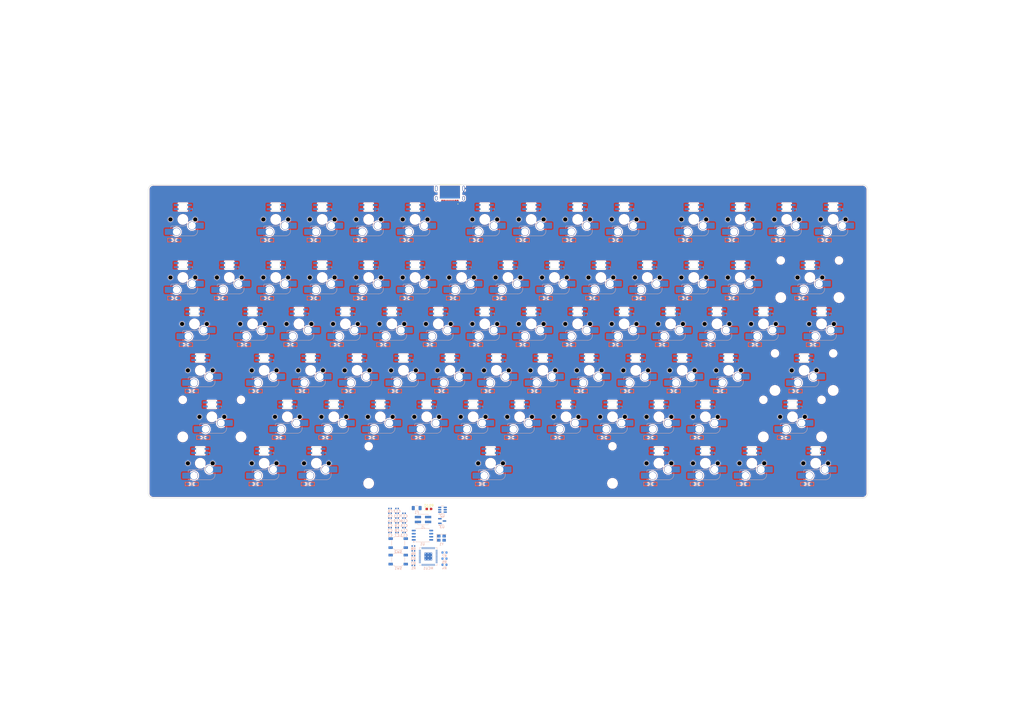
<source format=kicad_pcb>
(kicad_pcb (version 20241229) (generator "pcbnew") (generator_version "9.0")
  (title_block (title "GlyphMatrix") (date "2025-06-30") (rev "0.3.0") (company "Allen Choi"))
  (layers (0 "F.Cu" signal) (2 "B.Cu" signal) (13 "F.Paste" user) (15 "B.Paste" user) (5 "F.SilkS" user "F.Silkscreen") (7 "B.SilkS" user "B.Silkscreen") (1 "F.Mask" user) (3 "B.Mask" user) (25 "Edge.Cuts" user))
  (net 0 "")
  (net 1 "GND")
  (net 2 "col_0")
  (net 3 "+3V3")
  (net 4 "col_2")
  (net 5 "XTAL_IN")
  (net 6 "col_3")
  (net 7 "/XTAL_O")
  (net 8 "col_4")
  (net 9 "+1V1")
  (net 10 "col_5")
  (net 11 "+5V")
  (net 12 "col_6")
  (net 13 "row_0")
  (net 14 "Net-(D1-A)")
  (net 15 "Net-(D2-A)")
  (net 16 "Net-(D3-A)")
  (net 17 "Net-(D4-A)")
  (net 18 "Net-(D5-A)")
  (net 19 "col_1")
  (net 20 "Net-(D6-A)")
  (net 21 "Net-(D7-A)")
  (net 22 "row_6")
  (net 23 "VCC")
  (net 24 "Net-(D8-A)")
  (net 25 "Net-(D9-A)")
  (net 26 "Net-(D10-A)")
  (net 27 "Net-(D11-A)")
  (net 28 "Net-(D12-A)")
  (net 29 "Net-(D13-A)")
  (net 30 "row_1")
  (net 31 "Net-(D14-A)")
  (net 32 "Net-(D15-A)")
  (net 33 "Net-(D16-A)")
  (net 34 "Net-(D17-A)")
  (net 35 "Net-(D18-A)")
  (net 36 "Net-(D19-A)")
  (net 37 "Net-(D20-A)")
  (net 38 "Net-(D21-A)")
  (net 39 "row_7")
  (net 40 "Net-(D22-A)")
  (net 41 "Net-(D23-A)")
  (net 42 "Net-(D24-A)")
  (net 43 "Net-(D25-A)")
  (net 44 "Net-(D26-A)")
  (net 45 "Net-(D27-A)")
  (net 46 "row_2")
  (net 47 "Net-(D28-A)")
  (net 48 "Net-(D29-A)")
  (net 49 "Net-(D30-A)")
  (net 50 "Net-(D31-A)")
  (net 51 "Net-(D32-A)")
  (net 52 "row_8")
  (net 53 "Net-(D33-A)")
  (net 54 "Net-(D34-A)")
  (net 55 "Net-(D35-A)")
  (net 56 "Net-(D36-A)")
  (net 57 "Net-(D37-A)")
  (net 58 "Net-(D38-A)")
  (net 59 "row_3")
  (net 60 "Net-(D39-A)")
  (net 61 "Net-(D40-A)")
  (net 62 "Net-(D41-A)")
  (net 63 "Net-(D42-A)")
  (net 64 "Net-(D43-A)")
  (net 65 "Net-(D44-A)")
  (net 66 "row_9")
  (net 67 "Net-(D45-A)")
  (net 68 "Net-(D46-A)")
  (net 69 "Net-(D47-A)")
  (net 70 "Net-(D48-A)")
  (net 71 "Net-(D49-A)")
  (net 72 "row_4")
  (net 73 "Net-(D50-A)")
  (net 74 "Net-(D51-A)")
  (net 75 "Net-(D52-A)")
  (net 76 "Net-(D53-A)")
  (net 77 "Net-(D54-A)")
  (net 78 "Net-(D55-A)")
  (net 79 "row_10")
  (net 80 "Net-(D56-A)")
  (net 81 "Net-(D57-A)")
  (net 82 "Net-(D58-A)")
  (net 83 "Net-(D59-A)")
  (net 84 "row_5")
  (net 85 "Net-(D60-A)")
  (net 86 "row_11")
  (net 87 "Net-(D61-A)")
  (net 88 "Net-(D62-A)")
  (net 89 "Net-(D63-A)")
  (net 90 "Net-(D64-A)")
  (net 91 "Net-(D65-A)")
  (net 92 "Net-(D66-A)")
  (net 93 "Net-(D67-A)")
  (net 94 "Net-(D68-A)")
  (net 95 "Net-(D69-A)")
  (net 96 "Net-(D70-A)")
  (net 97 "Net-(D71-A)")
  (net 98 "Net-(D72-A)")
  (net 99 "Net-(D73-A)")
  (net 100 "Net-(D74-A)")
  (net 101 "Net-(D109-K)")
  (net 102 "+3.3V")
  (net 103 "VBUS")
  (net 104 "SWDIO")
  (net 105 "SWCLK")
  (net 106 "GP24")
  (net 107 "GP3")
  (net 108 "GP29")
  (net 109 "SD1")
  (net 110 "GP10")
  (net 111 "GP1")
  (net 112 "GP19")
  (net 113 "GP9")
  (net 114 "GP25")
  (net 115 "XTAL_OUT")
  (net 116 "~{RESET}")
  (net 117 "CS")
  (net 118 "SD2")
  (net 119 "GP28")
  (net 120 "GP15")
  (net 121 "/D_+")
  (net 122 "GP8")
  (net 123 "GP13")
  (net 124 "GP21")
  (net 125 "GP18")
  (net 126 "GP22")
  (net 127 "GP4")
  (net 128 "GP14")
  (net 129 "GP5")
  (net 130 "GP12")
  (net 131 "GP16")
  (net 132 "/D_-")
  (net 133 "SD3")
  (net 134 "GP17")
  (net 135 "GP7")
  (net 136 "SWD")
  (net 137 "SD0")
  (net 138 "GP6")
  (net 139 "GP2")
  (net 140 "QSPI_CLK")
  (net 141 "GP11")
  (net 142 "GP20")
  (net 143 "GP27")
  (net 144 "GP26")
  (net 145 "GP0")
  (net 146 "GP23")
  (net 147 "/CC1")
  (net 148 "/CC2")
  (net 149 "D_P")
  (net 150 "D_N")
  (net 151 "/~{USB_BOOT}")
  (net 152 "D_USB_N")
  (net 153 "D_USB_P")
  (footprint "TB2086_KEYSWITCH:SW_MX_HS_1.75u" (layer "F.Cu") (at 82.14375 190.0125 180)
    (property "Reference" "S68" (hide yes))
    (property "Value" "SW_MX_HS" (hide yes))
  )
  (footprint "TB2086_KEYSWITCH:SW_MX_HS_1u" (layer "F.Cu") (at 255.975 90 180)
    (property "Reference" "S9" (hide yes))
    (property "Value" "SW_MX_HS")
  )
  (footprint "TB2086_KEYSWITCH:SW_MX_HS_1u" (layer "F.Cu") (at 108.3375 190.0125 180)
    (property "Reference" "S60" (hide yes))
    (property "Value" "SW_MX_HS")
  )
  (footprint "TB2086_KEYSWITCH:SW_MX_HS_1u" (layer "F.Cu") (at 313.125 132.8625 180)
    (property "Reference" "S38" (hide yes))
    (property "Value" "SW_MX_HS")
  )
  (footprint "TB2086_KEYSWITCH:SW_MX_HS_2u" (layer "F.Cu") (at 332.175 113.8125 180)
    (property "Reference" "S70" (hide yes))
    (property "Value" "SW_MX_HS" (hide yes))
  )
  (footprint "TB2086_KEYSWITCH:SW_MX_HS_1u" (layer "F.Cu") (at 141.675 132.8625 180)
    (property "Reference" "S29" (hide yes))
    (property "Value" "SW_MX_HS")
  )
  (footprint "TB2086_KEYSWITCH:SW_MX_HS_1u" (layer "F.Cu") (at 251.2125 170.9625 180)
    (property "Reference" "S57" (hide yes))
    (property "Value" "SW_MX_HS")
  )
  (footprint "TB2086_KEYSWITCH:SW_MX_HS_1.75u" (layer "F.Cu") (at 82.14375 151.9125 180)
    (property "Reference" "S67" (hide yes))
    (property "Value" "SW_MX_HS" (hide yes))
  )
  (footprint "TB2086_KEYSWITCH:SW_MX_HS_1u" (layer "F.Cu") (at 260.7375 151.9125 180)
    (property "Reference" "S47" (hide yes))
    (property "Value" "SW_MX_HS")
  )
  (footprint "TB2086_KEYSWITCH:SW_MX_HS_2.75u" (layer "F.Cu") (at 325.03125 170.9625 180)
    (property "Reference" "S73" (hide yes))
    (property "Value" "SW_MX_HS" (hide yes))
  )
  (footprint "TB2086_KEYSWITCH:SW_MX_HS_1u" (layer "F.Cu") (at 236.925 90 180)
    (property "Reference" "S8" (hide yes))
    (property "Value" "SW_MX_HS")
  )
  (footprint "TB2086_KEYSWITCH:SW_MX_HS_1u" (layer "F.Cu") (at 236.925 132.8625 180)
    (property "Reference" "S34" (hide yes))
    (property "Value" "SW_MX_HS")
  )
  (footprint "TB2086_KEYSWITCH:SW_MX_HS_1u" (layer "F.Cu") (at 170.25 113.8125 180)
    (property "Reference" "S19" (hide yes))
    (property "Value" "SW_MX_HS")
  )
  (footprint "TB2086_KEYSWITCH:SW_MX_HS_1u" (layer "F.Cu") (at 151.2 90 180)
    (property "Reference" "S4" (hide yes))
    (property "Value" "SW_MX_HS")
  )
  (footprint "TB2086_KEYSWITCH:SW_MX_HS_1u" (layer "F.Cu") (at 132.15 113.8125 180)
    (property "Reference" "S17" (hide yes))
    (property "Value" "SW_MX_HS")
  )
  (footprint "TB2086_KEYSWITCH:SW_MX_HS_1u" (layer "F.Cu") (at 113.1 113.8125 180)
    (property "Reference" "S16" (hide yes))
    (property "Value" "SW_MX_HS")
  )
  (footprint "TB2086_KEYSWITCH:SW_MX_HS_1u" (layer "F.Cu") (at 175.0125 170.9625 180)
    (property "Reference" "S53" (hide yes))
    (property "Value" "SW_MX_HS")
  )
  (footprint "TB2086_KEYSWITCH:SW_MX_HS_1u" (layer "F.Cu") (at 255.975 132.8625 180)
    (property "Reference" "S35" (hide yes))
    (property "Value" "SW_MX_HS")
  )
  (footprint "TB2086_KEYSWITCH:SW_MX_HS_1.75u" (layer "F.Cu") (at 334.55625 190.0125 180)
    (property "Reference" "S69" (hide yes))
    (property "Value" "SW_MX_HS" (hide yes))
  )
  (footprint "TB2086_KEYSWITCH:SW_MX_HS_1u" (layer "F.Cu") (at 208.35 113.8125 180)
    (property "Reference" "S21" (hide yes))
    (property "Value" "SW_MX_HS")
  )
  (footprint "TB2086_KEYSWITCH:SW_MX_HS_1u" (layer "F.Cu") (at 151.2 113.8125 180)
    (property "Reference" "S18" (hide yes))
    (property "Value" "SW_MX_HS")
  )
  (footprint "TB2086_KEYSWITCH:SW_MX_HS_1u" (layer "F.Cu") (at 103.575 132.8625 180)
    (property "Reference" "S27" (hide yes))
    (property "Value" "SW_MX_HS")
  )
  (footprint "TB2086_KEYSWITCH:SW_MX_HS_1u" (layer "F.Cu") (at 222.6375 151.9125 180)
    (property "Reference" "S45" (hide yes))
    (property "Value" "SW_MX_HS")
  )
  (footprint "TB2086_KEYSWITCH:SW_MX_HS_1u" (layer "F.Cu") (at 127.3875 151.9125 180)
    (property "Reference" "S40" (hide yes))
    (property "Value" "SW_MX_HS")
  )
  (footprint "TB2086_KEYSWITCH:SW_MX_HS_1u" (layer "F.Cu") (at 122.625 132.8625 180)
    (property "Reference" "S28" (hide yes))
    (property "Value" "SW_MX_HS")
  )
  (footprint "TB2086_KEYSWITCH:SW_MX_HS_1u" (layer "F.Cu") (at 227.4 113.8125 180)
    (property "Reference" "S22" (hide yes))
    (property "Value" "SW_MX_HS")
  )
  (footprint "TB2086_KEYSWITCH:SW_MX_HS_1u" (layer "F.Cu") (at 232.1625 170.9625 180)
    (property "Reference" "S56" (hide yes))
    (property "Value" "SW_MX_HS")
  )
  (footprint "TB2086_KEYSWITCH:SW_MX_HS_1u" (layer "F.Cu") (at 160.725 132.8625 180)
    (property "Reference" "S30" (hide yes))
    (property "Value" "SW_MX_HS")
  )
  (footprint "TB2086_KEYSWITCH:SW_MX_HS_1u" (layer "F.Cu") (at 284.55 113.8125 180)
    (property "Reference" "S25" (hide yes))
    (property "Value" "SW_MX_HS")
  )
  (footprint "TB2086_SMD:GCT_USB4520-03-0-A_REVA" (layer "F.Cu") (at 184.5375 77.3125 180)
    (property "Reference" "USB1" (hide yes))
    (property "Value" "USB_C_Receptacle_USB2.0")
    (fp_line (start 4.62 1.6) (end 6.36 1.6) (stroke (width 0.01)) (layer "Edge.Cuts"))
    (fp_line (start 4.62 -4.6) (end 4.62 1.6) (stroke (width 0.01)) (layer "Edge.Cuts"))
    (fp_line (start -3.82 -4.6) (end 3.82 -4.6) (stroke (width 0.01)) (layer "Edge.Cuts"))
    (fp_line (start -4.62 1.6) (end -4.62 -4.6) (stroke (width 0.01)) (layer "Edge.Cuts"))
    (fp_line (start -6.52 1.6) (end -4.62 1.6) (stroke (width 0.01)) (layer "Edge.Cuts"))
    (fp_arc (start 4.295 -5) (mid 4.540343 -4.86731) (end 4.62 -4.6) (stroke (width 0.01)) (layer "Edge.Cuts"))
    (fp_arc (start 3.97 -4.72) (mid 4.07451 -4.92731) (end 4.295 -5) (stroke (width 0.01)) (layer "Edge.Cuts"))
    (fp_arc (start 3.97 -4.72) (mid 3.919853 -4.628934) (end 3.82 -4.6) (stroke (width 0.01)) (layer "Edge.Cuts"))
    (fp_arc (start -3.82 -4.6) (mid -3.919853 -4.628934) (end -3.97 -4.72) (stroke (width 0.01)) (layer "Edge.Cuts"))
    (fp_arc (start -4.295 -5) (mid -4.07451 -4.92731) (end -3.97 -4.72) (stroke (width 0.01)) (layer "Edge.Cuts"))
    (fp_arc (start -4.62 -4.6) (mid -4.540343 -4.86731) (end -4.295 -5) (stroke (width 0.01)) (layer "Edge.Cuts"))
  )
  (footprint "TB2086_KEYSWITCH:SW_MX_HS_1u" (layer "F.Cu") (at 298.8375 151.9125 180)
    (property "Reference" "S49" (hide yes))
    (property "Value" "SW_MX_HS")
  )
  (footprint "TB2086_KEYSWITCH:SW_MX_HS_1u" (layer "F.Cu") (at 246.45 113.8125 180)
    (property "Reference" "S23" (hide yes))
    (property "Value" "SW_MX_HS")
  )
  (footprint "TB2086_KEYSWITCH:SW_MX_HS_1u" (layer "F.Cu") (at 284.55 90 180)
    (property "Reference" "S10" (hide yes))
    (property "Value" "SW_MX_HS")
  )
  (footprint "Stabilizer_Cherry_MX_6.25u" (layer "F.Cu") (at 201.20625 190.0125)
    (property "Reference" "STB5" (hide yes))
    (property "Value" "Stabilizer_Cherry_MX_6.25u")
  )
  (footprint "TB2086_KEYSWITCH:SW_MX_HS_1u" (layer "F.Cu") (at 194.0625 170.9625 180)
    (property "Reference" "S54" (hide yes))
    (property "Value" "SW_MX_HS")
  )
  (footprint "TB2086_KEYSWITCH:SW_MX_HS_1u" (layer "F.Cu") (at 184.5375 151.9125 180)
    (property "Reference" "S43" (hide yes))
    (property "Value" "SW_MX_HS")
  )
  (footprint "TB2086_KEYSWITCH:SW_MX_HS_1u" (layer "F.Cu") (at 203.5875 151.9125 180)
    (property "Reference" "S44" (hide yes))
    (property "Value" "SW_MX_HS")
  )
  (footprint "TB2086_KEYSWITCH:SW_MX_HS_1u" (layer "F.Cu") (at 279.7875 151.9125 180)
    (property "Reference" "S48" (hide yes))
    (property "Value" "SW_MX_HS")
  )
  (footprint "TB2086_KEYSWITCH:SW_MX_HS_1u" (layer "F.Cu") (at 146.4375 151.9125 180)
    (property "Reference" "S41" (hide yes))
    (property "Value" "SW_MX_HS")
  )
  (footprint "TB2086_KEYSWITCH:SW_MX_HS_1u" (layer "F.Cu") (at 75 113.8125 180)
    (property "Reference" "S14" (hide yes))
    (property "Value" "SW_MX_HS")
  )
  (footprint "TB2086_KEYSWITCH:SW_MX_HS_1u" (layer "F.Cu") (at 289.3125 170.9625 180)
    (property "Reference" "S59" (hide yes))
    (property "Value" "SW_MX_HS")
  )
  (footprint "TB2086_KEYSWITCH:SW_MX_HS_6.25u" (layer "F.Cu") (at 201.20625 190.0125 180)
    (property "Reference" "S74" (hide yes))
    (property "Value" "SW_MX_HS" (hide yes))
  )
  (footprint "TB2086_KEYSWITCH:SW_MX_HS_1u" (layer "F.Cu") (at 270.2625 170.9625 180)
    (property "Reference" "S58" (hide yes))
    (property "Value" "SW_MX_HS")
  )
  (footprint "TB2086_KEYSWITCH:SW_MX_HS_1u" (layer "F.Cu") (at 198.825 132.8625 180)
    (property "Reference" "S32" (hide yes))
    (property "Value" "SW_MX_HS")
  )
  (footprint "TB2086_KEYSWITCH:SW_MX_HS_1u" (layer "F.Cu") (at 241.6875 151.9125 180)
    (property "Reference" "S46" (hide yes))
    (property "Value" "SW_MX_HS")
  )
  (footprint "TB2086_KEYSWITCH:SW_MX_HS_1u" (layer "F.Cu") (at 75 90 180)
    (property "Reference" "S1" (hide yes))
    (property "Value" "SW_MX_HS")
  )
  (footprint "Stabilizer_Cherry_MX_2.00u" (layer "F.Cu") (at 332.175 113.8125)
    (property "Reference" "STB1" (hide yes))
    (property "Value" "Stabilizer_Cherry_MX_2.00u")
  )
  (footprint "TB2086_KEYSWITCH:SW_MX_HS_1u" (layer "F.Cu") (at 308.3625 190.0125 180)
    (property "Reference" "S63" (hide yes))
    (property "Value" "SW_MX_HS")
  )
  (footprint "TB2086_KEYSWITCH:SW_MX_HS_1u" (layer "F.Cu") (at 217.875 132.8625 180)
    (property "Reference" "S33" (hide yes))
    (property "Value" "SW_MX_HS")
  )
  (footprint "TB2086_KEYSWITCH:SW_MX_HS_2.25u" (layer "F.Cu") (at 86.90625 170.9625 180)
    (property "Reference" "S72" (hide yes))
    (property "Value" "SW_MX_HS" (hide yes))
  )
  (footprint "TB2086_KEYSWITCH:SW_MX_HS_1u" (layer "F.Cu") (at 189.3 113.8125 180)
    (property "Reference" "S20" (hide yes))
    (property "Value" "SW_MX_HS")
  )
  (footprint "TB2086_KEYSWITCH:SW_MX_HS_1u" (layer "F.Cu") (at 113.1 90 180)
    (property "Reference" "S2" (hide yes))
    (property "Value" "SW_MX_HS")
  )
  (footprint "TB2086_KEYSWITCH:SW_MX_HS_1u" (layer "F.Cu") (at 265.5 113.8125 180)
    (property "Reference" "S24" (hide yes))
    (property "Value" "SW_MX_HS")
  )
  (footprint "TB2086_KEYSWITCH:SW_MX_HS_1u" (layer "F.Cu") (at 94.05 113.8125 180)
    (property "Reference" "S15" (hide yes))
    (property "Value" "SW_MX_HS")
  )
  (footprint "Stabilizer_Cherry_MX_2.00u" (layer "F.Cu") (at 325.03125 170.9625)
    (property "Reference" "STB4" (hide yes))
    (property "Value" "Stabilizer_Cherry_MX_2.00u")
  )
  (footprint "TB2086_KEYSWITCH:SW_MX_HS_1u" (layer "F.Cu") (at 132.15 90 180)
    (property "Reference" "S3" (hide yes))
    (property "Value" "SW_MX_HS")
  )
  (footprint "TB2086_KEYSWITCH:SW_MX_HS_1u" (layer "F.Cu") (at 179.775 132.8625 180)
    (property "Reference" "S31" (hide yes))
    (property "Value" "SW_MX_HS")
  )
  (footprint "TB2086_KEYSWITCH:SW_MX_HS_1u" (layer "F.Cu") (at 155.9625 170.9625 180)
    (property "Reference" "S52" (hide yes))
    (property "Value" "SW_MX_HS")
  )
  (footprint "TB2086_KEYSWITCH:SW_MX_HS_1u" (layer "F.Cu") (at 275.025 132.8625 180)
    (property "Reference" "S36" (hide yes))
    (property "Value" "SW_MX_HS")
  )
  (footprint "TB2086_KEYSWITCH:SW_MX_HS_1.5u" (layer "F.Cu") (at 79.7625 132.8625 180)
    (property "Reference" "S65" (hide yes))
    (property "Value" "SW_MX_HS")
  )
  (footprint "Stabilizer_Cherry_MX_2.00u" (layer "F.Cu") (at 86.90625 170.9625)
    (property "Reference" "STB3" (hide yes))
    (property "Value" "Stabilizer_Cherry_MX_2.00u")
  )
  (footprint "TB2086_KEYSWITCH:SW_MX_HS_1u" (layer "F.Cu") (at 322.65 90 180)
    (property "Reference" "S12" (hide yes))
    (property "Value" "SW_MX_HS")
  )
  (footprint "LED_SMD:LED_0603_1608Metric_Pad1.05x0.95mm_HandSolder" (layer "F.Cu") (at 175.9275 208.745)
    (property "Reference" "D109")
    (property "Value" "GREEN")
  )
  (footprint "TB2086_KEYSWITCH:SW_MX_HS_1u" (layer "F.Cu") (at 213.1125 170.9625 180)
    (property "Reference" "S55" (hide yes))
    (property "Value" "SW_MX_HS")
  )
  (footprint "TB2086_KEYSWITCH:SW_MX_HS_1u" (layer "F.Cu") (at 108.3375 151.9125 180)
    (property "Reference" "S39" (hide yes))
    (property "Value" "SW_MX_HS")
  )
  (footprint "TB2086_KEYSWITCH:SW_MX_HS_1u" (layer "F.Cu") (at 117.8625 170.9625 180)
    (property "Reference" "S50" (hide yes))
    (property "Value" "SW_MX_HS")
  )
  (footprint "TB2086_KEYSWITCH:SW_MX_HS_1u" (layer "F.Cu") (at 289.3125 190.0125 180)
    (property "Reference" "S62" (hide yes))
    (property "Value" "SW_MX_HS")
  )
  (footprint "TB2086_KEYSWITCH:SW_MX_HS_1u" (layer "F.Cu") (at 136.9125 170.9625 180)
    (property "Reference" "S51" (hide yes))
    (property "Value" "SW_MX_HS")
  )
  (footprint "TB2086_KEYSWITCH:SW_MX_HS_1u" (layer "F.Cu") (at 341.7 90 180)
    (property "Reference" "S13" (hide yes))
    (property "Value" "SW_MX_HS")
  )
  (footprint "TB2086_KEYSWITCH:SW_MX_HS_1u" (layer "F.Cu") (at 294.075 132.8625 180)
    (property "Reference" "S37" (hide yes))
    (property "Value" "SW_MX_HS")
  )
  (footprint "TB2086_KEYSWITCH:SW_MX_HS_2.25u" (layer "F.Cu") (at 329.79375 151.9125 180)
    (property "Reference" "S71" (hide yes))
    (property "Value" "SW_MX_HS" (hide yes))
  )
  (footprint "TB2086_KEYSWITCH:SW_MX_HS_1u" (layer "F.Cu") (at 217.875 90 180)
    (property "Reference" "S7" (hide yes))
    (property "Value" "SW_MX_HS")
  )
  (footprint "TB2086_KEYSWITCH:SW_MX_HS_1u" (layer "F.Cu") (at 270.2625 190.0125 180)
    (property "Reference" "S61" (hide yes))
    (property "Value" "SW_MX_HS")
  )
  (footprint "TB2086_KEYSWITCH:SW_MX_HS_1u" (layer "F.Cu") (at 303.6 90 180)
    (property "Reference" "S11" (hide yes))
    (property "Value" "SW_MX_HS")
  )
  (footprint "Stabilizer_Cherry_MX_2.00u" (layer "F.Cu") (at 329.79375 151.9125)
    (property "Reference" "STB2" (hide yes))
    (property "Value" "Stabilizer_Cherry_MX_2.00u")
  )
  (footprint "TB2086_KEYSWITCH:SW_MX_HS_1.5u" (layer "F.Cu") (at 336.9375 132.8625 180)
    (property "Reference" "S66" (hide yes))
    (property "Value" "SW_MX_HS")
  )
  (footprint "TB2086_KEYSWITCH:SW_MX_HS_1u" (layer "F.Cu") (at 170.25 90 180)
    (property "Reference" "S5" (hide yes))
    (property "Value" "SW_MX_HS")
  )
  (footprint "TB2086_KEYSWITCH:SW_MX_HS_1u" (layer "F.Cu") (at 198.825 90 180)
    (property "Reference" "S6" (hide yes))
    (property "Value" "SW_MX_HS")
  )
  (footprint "TB2086_KEYSWITCH:SW_MX_HS_1.25u" (layer "F.Cu") (at 129.76875 190.0125 180)
    (property "Reference" "S64" (hide yes))
    (property "Value" "SW_MX_HS" (hide yes))
  )
  (footprint "TB2086_KEYSWITCH:SW_MX_HS_1u" (layer "F.Cu") (at 165.4875 151.9125 180)
    (property "Reference" "S42" (hide yes))
    (property "Value" "SW_MX_HS")
  )
  (footprint "TB2086_KEYSWITCH:SW_MX_HS_1u" (layer "F.Cu") (at 303.6 113.8125 180)
    (property "Reference" "S26" (hide yes))
    (property "Value" "SW_MX_HS")
  )
  (footprint "Resistor_SMD:R_0603_1608Metric" (layer "B.Cu") (at 182.3025 231.635)
    (property "Reference" "R4")
    (property "Value" "27R")
  )
  (footprint "TB2086_LED:LED_SK6812MINI-E" (layer "B.Cu") (at 232.1625 165.8825)
    (property "Reference" "L56")
    (property "Value" "TB2086_LED:LED_SK6812MINI-E" (hide yes))
    (fp_line (start -1.7 -1.5) (end 1.7 -1.5) (stroke (width 0.12)) (layer "Edge.Cuts"))
    (fp_line (start -1.7 1.5) (end -1.7 -1.5) (stroke (width 0.12)) (layer "Edge.Cuts"))
    (fp_line (start 1.7 -1.5) (end 1.7 1.5) (stroke (width 0.12)) (layer "Edge.Cuts"))
    (fp_line (start 1.7 1.5) (end -1.7 1.5) (stroke (width 0.12)) (layer "Edge.Cuts"))
  )
  (footprint "TB2086_SMD:D3_SMD" (layer "B.Cu") (at 223.9 122.3125 180)
    (property "Reference" "D22" (hide yes))
    (property "Value" "1N4148W")
  )
  (footprint "Resistor_SMD:R_0402_1005Metric" (layer "B.Cu") (at 169.5525 231.895)
    (property "Reference" "R1")
    (property "Value" "1k")
  )
  (footprint "TB2086_SMD:D3_SMD" (layer "B.Cu") (at 128.65 122.3125 180)
    (property "Reference" "D17" (hide yes))
    (property "Value" "1N4148W")
  )
  (footprint "TB2086_SMD:D3_SMD" (layer "B.Cu") (at 276.2875 160.4125 180)
    (property "Reference" "D48" (hide yes))
    (property "Value" "1N4148W")
  )
  (footprint "Resistor_SMD:R_0402_1005Metric" (layer "B.Cu") (at 169.5525 227.915)
    (property "Reference" "R3")
    (property "Value" "5k1")
  )
  (footprint "TB2086_SMD:D3_SMD" (layer "B.Cu") (at 138.175 141.3625 180)
    (property "Reference" "D29" (hide yes))
    (property "Value" "1N4148W")
  )
  (footprint "TB2086_SMD:D3_SMD" (layer "B.Cu") (at 119.125 141.3625 180)
    (property "Reference" "D28" (hide yes))
    (property "Value" "1N4148W")
  )
  (footprint "TB2086_SMD:D3_SMD" (layer "B.Cu") (at 281.05 122.3125 180)
    (property "Reference" "D25" (hide yes))
    (property "Value" "1N4148W")
  )
  (footprint "TB2086_SMD:D3_SMD" (layer "B.Cu") (at 333.4375 141.3625 180)
    (property "Reference" "D66" (hide yes))
    (property "Value" "1N4148W")
  )
  (footprint "Resistor_SMD:R_0402_1005Metric" (layer "B.Cu") (at 169.5525 223.935)
    (property "Reference" "R8")
    (property "Value" "1k")
  )
  (footprint "TB2086_SMD:D3_SMD" (layer "B.Cu") (at 104.8375 160.4125 180)
    (property "Reference" "D39" (hide yes))
    (property "Value" "1N4148W")
  )
  (footprint "TB2086_SMD:D3_SMD" (layer "B.Cu") (at 166.75 98.5 180)
    (property "Reference" "D5" (hide yes))
    (property "Value" "1N4148W")
  )
  (footprint "TB2086_SMD:D3_SMD" (layer "B.Cu") (at 304.8625 198.5125 180)
    (property "Reference" "D63" (hide yes))
    (property "Value" "1N4148W")
  )
  (footprint "TB2086_LED:LED_SK6812MINI-E" (layer "B.Cu") (at 270.2625 184.9325)
    (property "Reference" "L61")
    (property "Value" "TB2086_LED:LED_SK6812MINI-E" (hide yes))
    (fp_line (start -1.7 -1.5) (end 1.7 -1.5) (stroke (width 0.12)) (layer "Edge.Cuts"))
    (fp_line (start -1.7 1.5) (end -1.7 -1.5) (stroke (width 0.12)) (layer "Edge.Cuts"))
    (fp_line (start 1.7 -1.5) (end 1.7 1.5) (stroke (width 0.12)) (layer "Edge.Cuts"))
    (fp_line (start 1.7 1.5) (end -1.7 1.5) (stroke (width 0.12)) (layer "Edge.Cuts"))
  )
  (footprint "TB2086_SMD:D3_SMD" (layer "B.Cu") (at 166.75 122.3125 180)
    (property "Reference" "D19" (hide yes))
    (property "Value" "1N4148W")
  )
  (footprint "TB2086_SMD:D3_SMD" (layer "B.Cu") (at 247.7125 179.4625 180)
    (property "Reference" "D57" (hide yes))
    (property "Value" "1N4148W")
  )
  (footprint "TB2086_LED:LED_SK6812MINI-E" (layer "B.Cu") (at 275.025 127.7825)
    (property "Reference" "L36")
    (property "Value" "TB2086_LED:LED_SK6812MINI-E" (hide yes))
    (fp_line (start -1.7 -1.5) (end 1.7 -1.5) (stroke (width 0.12)) (layer "Edge.Cuts"))
    (fp_line (start -1.7 1.5) (end -1.7 -1.5) (stroke (width 0.12)) (layer "Edge.Cuts"))
    (fp_line (start 1.7 -1.5) (end 1.7 1.5) (stroke (width 0.12)) (layer "Edge.Cuts"))
    (fp_line (start 1.7 1.5) (end -1.7 1.5) (stroke (width 0.12)) (layer "Edge.Cuts"))
  )
  (footprint "Capacitor_SMD:C_0402_1005Metric" (layer "B.Cu") (at 162.8525 208.555)
    (property "Reference" "C12")
    (property "Value" "100nF")
  )
  (footprint "TB2086_SMD:D3_SMD" (layer "B.Cu") (at 331.05625 198.5125 180)
    (property "Reference" "D69" (hide yes))
    (property "Value" "1N4148W")
  )
  (footprint "TB2086_SMD:D3_SMD" (layer "B.Cu") (at 295.3375 160.4125 180)
    (property "Reference" "D49" (hide yes))
    (property "Value" "1N4148W")
  )
  (footprint "TB2086_LED:LED_SK6812MINI-E" (layer "B.Cu") (at 322.65 84.92)
    (property "Reference" "L12")
    (property "Value" "TB2086_LED:LED_SK6812MINI-E" (hide yes))
    (fp_line (start -1.7 -1.5) (end 1.7 -1.5) (stroke (width 0.12)) (layer "Edge.Cuts"))
    (fp_line (start -1.7 1.5) (end -1.7 -1.5) (stroke (width 0.12)) (layer "Edge.Cuts"))
    (fp_line (start 1.7 -1.5) (end 1.7 1.5) (stroke (width 0.12)) (layer "Edge.Cuts"))
    (fp_line (start 1.7 1.5) (end -1.7 1.5) (stroke (width 0.12)) (layer "Edge.Cuts"))
  )
  (footprint "TB2086_LED:LED_SK6812MINI-E" (layer "B.Cu") (at 113.1 108.7325)
    (property "Reference" "L16")
    (property "Value" "TB2086_LED:LED_SK6812MINI-E" (hide yes))
    (fp_line (start -1.7 -1.5) (end 1.7 -1.5) (stroke (width 0.12)) (layer "Edge.Cuts"))
    (fp_line (start -1.7 1.5) (end -1.7 -1.5) (stroke (width 0.12)) (layer "Edge.Cuts"))
    (fp_line (start 1.7 -1.5) (end 1.7 1.5) (stroke (width 0.12)) (layer "Edge.Cuts"))
    (fp_line (start 1.7 1.5) (end -1.7 1.5) (stroke (width 0.12)) (layer "Edge.Cuts"))
  )
  (footprint "TB2086_LED:LED_SK6812MINI-E" (layer "B.Cu") (at 198.825 127.7825)
    (property "Reference" "L32")
    (property "Value" "TB2086_LED:LED_SK6812MINI-E" (hide yes))
    (fp_line (start -1.7 -1.5) (end 1.7 -1.5) (stroke (width 0.12)) (layer "Edge.Cuts"))
    (fp_line (start -1.7 1.5) (end -1.7 -1.5) (stroke (width 0.12)) (layer "Edge.Cuts"))
    (fp_line (start 1.7 -1.5) (end 1.7 1.5) (stroke (width 0.12)) (layer "Edge.Cuts"))
    (fp_line (start 1.7 1.5) (end -1.7 1.5) (stroke (width 0.12)) (layer "Edge.Cuts"))
  )
  (footprint "TB2086_LED:LED_SK6812MINI-E" (layer "B.Cu") (at 82.14375 146.8325)
    (property "Reference" "L67")
    (property "Value" "TB2086_LED:LED_SK6812MINI-E" (hide yes))
    (fp_line (start -1.7 -1.5) (end 1.7 -1.5) (stroke (width 0.12)) (layer "Edge.Cuts"))
    (fp_line (start -1.7 1.5) (end -1.7 -1.5) (stroke (width 0.12)) (layer "Edge.Cuts"))
    (fp_line (start 1.7 -1.5) (end 1.7 1.5) (stroke (width 0.12)) (layer "Edge.Cuts"))
    (fp_line (start 1.7 1.5) (end -1.7 1.5) (stroke (width 0.12)) (layer "Edge.Cuts"))
  )
  (footprint "TB2086_LED:LED_SK6812MINI-E" (layer "B.Cu") (at 75 84.92)
    (property "Reference" "L1")
    (property "Value" "TB2086_LED:LED_SK6812MINI-E" (hide yes))
    (fp_line (start -1.7 -1.5) (end 1.7 -1.5) (stroke (width 0.12)) (layer "Edge.Cuts"))
    (fp_line (start -1.7 1.5) (end -1.7 -1.5) (stroke (width 0.12)) (layer "Edge.Cuts"))
    (fp_line (start 1.7 -1.5) (end 1.7 1.5) (stroke (width 0.12)) (layer "Edge.Cuts"))
    (fp_line (start 1.7 1.5) (end -1.7 1.5) (stroke (width 0.12)) (layer "Edge.Cuts"))
  )
  (footprint "Capacitor_SMD:C_0402_1005Metric" (layer "B.Cu") (at 159.9825 210.525)
    (property "Reference" "C5")
    (property "Value" "1uF")
  )
  (footprint "TB2086_LED:LED_SK6812MINI-E" (layer "B.Cu") (at 217.875 127.7825)
    (property "Reference" "L33")
    (property "Value" "TB2086_LED:LED_SK6812MINI-E" (hide yes))
    (fp_line (start -1.7 -1.5) (end 1.7 -1.5) (stroke (width 0.12)) (layer "Edge.Cuts"))
    (fp_line (start -1.7 1.5) (end -1.7 -1.5) (stroke (width 0.12)) (layer "Edge.Cuts"))
    (fp_line (start 1.7 -1.5) (end 1.7 1.5) (stroke (width 0.12)) (layer "Edge.Cuts"))
    (fp_line (start 1.7 1.5) (end -1.7 1.5) (stroke (width 0.12)) (layer "Edge.Cuts"))
  )
  (footprint "TB2086_LED:LED_SK6812MINI-E" (layer "B.Cu") (at 165.4875 146.8325)
    (property "Reference" "L42")
    (property "Value" "TB2086_LED:LED_SK6812MINI-E" (hide yes))
    (fp_line (start -1.7 -1.5) (end 1.7 -1.5) (stroke (width 0.12)) (layer "Edge.Cuts"))
    (fp_line (start -1.7 1.5) (end -1.7 -1.5) (stroke (width 0.12)) (layer "Edge.Cuts"))
    (fp_line (start 1.7 -1.5) (end 1.7 1.5) (stroke (width 0.12)) (layer "Edge.Cuts"))
    (fp_line (start 1.7 1.5) (end -1.7 1.5) (stroke (width 0.12)) (layer "Edge.Cuts"))
  )
  (footprint "Capacitor_SMD:C_0402_1005Metric" (layer "B.Cu") (at 162.8525 212.495)
    (property "Reference" "C10")
    (property "Value" "100nF")
  )
  (footprint "TB2086_LED:LED_SK6812MINI-E" (layer "B.Cu") (at 132.15 84.92)
    (property "Reference" "L3")
    (property "Value" "TB2086_LED:LED_SK6812MINI-E" (hide yes))
    (fp_line (start -1.7 -1.5) (end 1.7 -1.5) (stroke (width 0.12)) (layer "Edge.Cuts"))
    (fp_line (start -1.7 1.5) (end -1.7 -1.5) (stroke (width 0.12)) (layer "Edge.Cuts"))
    (fp_line (start 1.7 -1.5) (end 1.7 1.5) (stroke (width 0.12)) (layer "Edge.Cuts"))
    (fp_line (start 1.7 1.5) (end -1.7 1.5) (stroke (width 0.12)) (layer "Edge.Cuts"))
  )
  (footprint "TB2086_LED:LED_SK6812MINI-E" (layer "B.Cu") (at 208.35 108.7325)
    (property "Reference" "L21")
    (property "Value" "TB2086_LED:LED_SK6812MINI-E" (hide yes))
    (fp_line (start -1.7 -1.5) (end 1.7 -1.5) (stroke (width 0.12)) (layer "Edge.Cuts"))
    (fp_line (start -1.7 1.5) (end -1.7 -1.5) (stroke (width 0.12)) (layer "Edge.Cuts"))
    (fp_line (start 1.7 -1.5) (end 1.7 1.5) (stroke (width 0.12)) (layer "Edge.Cuts"))
    (fp_line (start 1.7 1.5) (end -1.7 1.5) (stroke (width 0.12)) (layer "Edge.Cuts"))
  )
  (footprint "TB2086_SMD:D3_SMD" (layer "B.Cu") (at 133.4125 179.4625 180)
    (property "Reference" "D51" (hide yes))
    (property "Value" "1N4148W")
  )
  (footprint "TB2086_SMD:D3_SMD" (layer "B.Cu") (at 185.8 122.3125 180)
    (property "Reference" "D20" (hide yes))
    (property "Value" "1N4148W")
  )
  (footprint "TB2086_SMD:D3_SMD" (layer "B.Cu") (at 233.425 141.3625 180)
    (property "Reference" "D34" (hide yes))
    (property "Value" "1N4148W")
  )
  (footprint "TB2086_LED:LED_SK6812MINI-E" (layer "B.Cu") (at 260.7375 146.8325)
    (property "Reference" "L47")
    (property "Value" "TB2086_LED:LED_SK6812MINI-E" (hide yes))
    (fp_line (start -1.7 -1.5) (end 1.7 -1.5) (stroke (width 0.12)) (layer "Edge.Cuts"))
    (fp_line (start -1.7 1.5) (end -1.7 -1.5) (stroke (width 0.12)) (layer "Edge.Cuts"))
    (fp_line (start 1.7 -1.5) (end 1.7 1.5) (stroke (width 0.12)) (layer "Edge.Cuts"))
    (fp_line (start 1.7 1.5) (end -1.7 1.5) (stroke (width 0.12)) (layer "Edge.Cuts"))
  )
  (footprint "Resistor_SMD:R_0402_1005Metric" (layer "B.Cu") (at 169.5525 229.905)
    (property "Reference" "R2")
    (property "Value" "5k1")
  )
  (footprint "TB2086_LED:LED_SK6812MINI-E" (layer "B.Cu") (at 298.8375 146.8325)
    (property "Reference" "L49")
    (property "Value" "TB2086_LED:LED_SK6812MINI-E" (hide yes))
    (fp_line (start -1.7 -1.5) (end 1.7 -1.5) (stroke (width 0.12)) (layer "Edge.Cuts"))
    (fp_line (start -1.7 1.5) (end -1.7 -1.5) (stroke (width 0.12)) (layer "Edge.Cuts"))
    (fp_line (start 1.7 -1.5) (end 1.7 1.5) (stroke (width 0.12)) (layer "Edge.Cuts"))
    (fp_line (start 1.7 1.5) (end -1.7 1.5) (stroke (width 0.12)) (layer "Edge.Cuts"))
  )
  (footprint "TB2086_LED:LED_SK6812MINI-E" (layer "B.Cu") (at 155.9625 165.8825)
    (property "Reference" "L52")
    (property "Value" "TB2086_LED:LED_SK6812MINI-E" (hide yes))
    (fp_line (start -1.7 -1.5) (end 1.7 -1.5) (stroke (width 0.12)) (layer "Edge.Cuts"))
    (fp_line (start -1.7 1.5) (end -1.7 -1.5) (stroke (width 0.12)) (layer "Edge.Cuts"))
    (fp_line (start 1.7 -1.5) (end 1.7 1.5) (stroke (width 0.12)) (layer "Edge.Cuts"))
    (fp_line (start 1.7 1.5) (end -1.7 1.5) (stroke (width 0.12)) (layer "Edge.Cuts"))
  )
  (footprint "TB2086_SMD:D3_SMD" (layer "B.Cu") (at 109.6 122.3125 180)
    (property "Reference" "D16" (hide yes))
    (property "Value" "1N4148W")
  )
  (footprint "Connector_PinHeader_2.00mm:PinHeader_2x02_P2.00mm_Vertical_SMD" (layer "B.Cu") (at 173.5025 213.065)
    (property "Reference" "J1")
    (property "Value" "Conn_01x04")
  )
  (footprint "TB2086_LED:LED_SK6812MINI-E" (layer "B.Cu") (at 329.79375 146.8325)
    (property "Reference" "L71")
    (property "Value" "TB2086_LED:LED_SK6812MINI-E" (hide yes))
    (fp_line (start -1.7 -1.5) (end 1.7 -1.5) (stroke (width 0.12)) (layer "Edge.Cuts"))
    (fp_line (start -1.7 1.5) (end -1.7 -1.5) (stroke (width 0.12)) (layer "Edge.Cuts"))
    (fp_line (start 1.7 -1.5) (end 1.7 1.5) (stroke (width 0.12)) (layer "Edge.Cuts"))
    (fp_line (start 1.7 1.5) (end -1.7 1.5) (stroke (width 0.12)) (layer "Edge.Cuts"))
  )
  (footprint "TB2086_SMD:D3_SMD" (layer "B.Cu") (at 147.7 122.3125 180)
    (property "Reference" "D18" (hide yes))
    (property "Value" "1N4148W")
  )
  (footprint "TB2086_LED:LED_SK6812MINI-E" (layer "B.Cu") (at 255.975 127.7825)
    (property "Reference" "L35")
    (property "Value" "TB2086_LED:LED_SK6812MINI-E" (hide yes))
    (fp_line (start -1.7 -1.5) (end 1.7 -1.5) (stroke (width 0.12)) (layer "Edge.Cuts"))
    (fp_line (start -1.7 1.5) (end -1.7 -1.5) (stroke (width 0.12)) (layer "Edge.Cuts"))
    (fp_line (start 1.7 -1.5) (end 1.7 1.5) (stroke (width 0.12)) (layer "Edge.Cuts"))
    (fp_line (start 1.7 1.5) (end -1.7 1.5) (stroke (width 0.12)) (layer "Edge.Cuts"))
  )
  (footprint "TB2086_SMD:D3_SMD" (layer "B.Cu") (at 171.5125 179.4625 180)
    (property "Reference" "D53" (hide yes))
    (property "Value" "1N4148W")
  )
  (footprint "TB2086_LED:LED_SK6812MINI-E" (layer "B.Cu") (at 184.5375 146.8325)
    (property "Reference" "L43")
    (property "Value" "TB2086_LED:LED_SK6812MINI-E" (hide yes))
    (fp_line (start -1.7 -1.5) (end 1.7 -1.5) (stroke (width 0.12)) (layer "Edge.Cuts"))
    (fp_line (start -1.7 1.5) (end -1.7 -1.5) (stroke (width 0.12)) (layer "Edge.Cuts"))
    (fp_line (start 1.7 -1.5) (end 1.7 1.5) (stroke (width 0.12)) (layer "Edge.Cuts"))
    (fp_line (start 1.7 1.5) (end -1.7 1.5) (stroke (width 0.12)) (layer "Edge.Cuts"))
  )
  (footprint "TB2086_LED:LED_SK6812MINI-E" (layer "B.Cu") (at 294.075 127.7825)
    (property "Reference" "L37")
    (property "Value" "TB2086_LED:LED_SK6812MINI-E" (hide yes))
    (fp_line (start -1.7 -1.5) (end 1.7 -1.5) (stroke (width 0.12)) (layer "Edge.Cuts"))
    (fp_line (start -1.7 1.5) (end -1.7 -1.5) (stroke (width 0.12)) (layer "Edge.Cuts"))
    (fp_line (start 1.7 -1.5) (end 1.7 1.5) (stroke (width 0.12)) (layer "Edge.Cuts"))
    (fp_line (start 1.7 1.5) (end -1.7 1.5) (stroke (width 0.12)) (layer "Edge.Cuts"))
  )
  (footprint "TB2086_LED:LED_SK6812MINI-E" (layer "B.Cu") (at 303.6 84.92)
    (property "Reference" "L11")
    (property "Value" "TB2086_LED:LED_SK6812MINI-E" (hide yes))
    (fp_line (start -1.7 -1.5) (end 1.7 -1.5) (stroke (width 0.12)) (layer "Edge.Cuts"))
    (fp_line (start -1.7 1.5) (end -1.7 -1.5) (stroke (width 0.12)) (layer "Edge.Cuts"))
    (fp_line (start 1.7 -1.5) (end 1.7 1.5) (stroke (width 0.12)) (layer "Edge.Cuts"))
    (fp_line (start 1.7 1.5) (end -1.7 1.5) (stroke (width 0.12)) (layer "Edge.Cuts"))
  )
  (footprint "TB2086_LED:LED_SK6812MINI-E" (layer "B.Cu") (at 217.875 84.92)
    (property "Reference" "L7")
    (property "Value" "TB2086_LED:LED_SK6812MINI-E" (hide yes))
    (fp_line (start -1.7 -1.5) (end 1.7 -1.5) (stroke (width 0.12)) (layer "Edge.Cuts"))
    (fp_line (start -1.7 1.5) (end -1.7 -1.5) (stroke (width 0.12)) (layer "Edge.Cuts"))
    (fp_line (start 1.7 -1.5) (end 1.7 1.5) (stroke (width 0.12)) (layer "Edge.Cuts"))
    (fp_line (start 1.7 1.5) (end -1.7 1.5) (stroke (width 0.12)) (layer "Edge.Cuts"))
  )
  (footprint "TB2086_LED:LED_SK6812MINI-E" (layer "B.Cu") (at 108.3375 184.9325)
    (property "Reference" "L60")
    (property "Value" "TB2086_LED:LED_SK6812MINI-E" (hide yes))
    (fp_line (start -1.7 -1.5) (end 1.7 -1.5) (stroke (width 0.12)) (layer "Edge.Cuts"))
    (fp_line (start -1.7 1.5) (end -1.7 -1.5) (stroke (width 0.12)) (layer "Edge.Cuts"))
    (fp_line (start 1.7 -1.5) (end 1.7 1.5) (stroke (width 0.12)) (layer "Edge.Cuts"))
    (fp_line (start 1.7 1.5) (end -1.7 1.5) (stroke (width 0.12)) (layer "Edge.Cuts"))
  )
  (footprint "TB2086_SMD:D3_SMD" (layer "B.Cu") (at 266.7625 179.4625 180)
    (property "Reference" "D58" (hide yes))
    (property "Value" "1N4148W")
  )
  (footprint "TB2086_LED:LED_SK6812MINI-E" (layer "B.Cu") (at 79.7625 127.7825)
    (property "Reference" "L65")
    (property "Value" "TB2086_LED:LED_SK6812MINI-E" (hide yes))
    (fp_line (start -1.7 -1.5) (end 1.7 -1.5) (stroke (width 0.12)) (layer "Edge.Cuts"))
    (fp_line (start -1.7 1.5) (end -1.7 -1.5) (stroke (width 0.12)) (layer "Edge.Cuts"))
    (fp_line (start 1.7 -1.5) (end 1.7 1.5) (stroke (width 0.12)) (layer "Edge.Cuts"))
    (fp_line (start 1.7 1.5) (end -1.7 1.5) (stroke (width 0.12)) (layer "Edge.Cuts"))
  )
  (footprint "Capacitor_SMD:C_0402_1005Metric" (layer "B.Cu") (at 165.7225 214.465)
    (property "Reference" "C15")
    (property "Value" "100nF")
  )
  (footprint "TB2086_LED:LED_SK6812MINI-E" (layer "B.Cu") (at 103.575 127.7825)
    (property "Reference" "L27")
    (property "Value" "TB2086_LED:LED_SK6812MINI-E" (hide yes))
    (fp_line (start -1.7 -1.5) (end 1.7 -1.5) (stroke (width 0.12)) (layer "Edge.Cuts"))
    (fp_line (start -1.7 1.5) (end -1.7 -1.5) (stroke (width 0.12)) (layer "Edge.Cuts"))
    (fp_line (start 1.7 -1.5) (end 1.7 1.5) (stroke (width 0.12)) (layer "Edge.Cuts"))
    (fp_line (start 1.7 1.5) (end -1.7 1.5) (stroke (width 0.12)) (layer "Edge.Cuts"))
  )
  (footprint "Resistor_SMD:R_0603_1608Metric" (layer "B.Cu") (at 182.3025 226.615)
    (property "Reference" "R7")
    (property "Value" "330")
  )
  (footprint "TB2086_LED:LED_SK6812MINI-E" (layer "B.Cu") (at 108.3375 146.8325)
    (property "Reference" "L39")
    (property "Value" "TB2086_LED:LED_SK6812MINI-E" (hide yes))
    (fp_line (start -1.7 -1.5) (end 1.7 -1.5) (stroke (width 0.12)) (layer "Edge.Cuts"))
    (fp_line (start -1.7 1.5) (end -1.7 -1.5) (stroke (width 0.12)) (layer "Edge.Cuts"))
    (fp_line (start 1.7 -1.5) (end 1.7 1.5) (stroke (width 0.12)) (layer "Edge.Cuts"))
    (fp_line (start 1.7 1.5) (end -1.7 1.5) (stroke (width 0.12)) (layer "Edge.Cuts"))
  )
  (footprint "TB2086_LED:LED_SK6812MINI-E" (layer "B.Cu") (at 279.7875 146.8325)
    (property "Reference" "L48")
    (property "Value" "TB2086_LED:LED_SK6812MINI-E" (hide yes))
    (fp_line (start -1.7 -1.5) (end 1.7 -1.5) (stroke (width 0.12)) (layer "Edge.Cuts"))
    (fp_line (start -1.7 1.5) (end -1.7 -1.5) (stroke (width 0.12)) (layer "Edge.Cuts"))
    (fp_line (start 1.7 -1.5) (end 1.7 1.5) (stroke (width 0.12)) (layer "Edge.Cuts"))
    (fp_line (start 1.7 1.5) (end -1.7 1.5) (stroke (width 0.12)) (layer "Edge.Cuts"))
  )
  (footprint "TB2086_LED:LED_SK6812MINI-E" (layer "B.Cu") (at 308.3625 184.9325)
    (property "Reference" "L63")
    (property "Value" "TB2086_LED:LED_SK6812MINI-E" (hide yes))
    (fp_line (start -1.7 -1.5) (end 1.7 -1.5) (stroke (width 0.12)) (layer "Edge.Cuts"))
    (fp_line (start -1.7 1.5) (end -1.7 -1.5) (stroke (width 0.12)) (layer "Edge.Cuts"))
    (fp_line (start 1.7 -1.5) (end 1.7 1.5) (stroke (width 0.12)) (layer "Edge.Cuts"))
    (fp_line (start 1.7 1.5) (end -1.7 1.5) (stroke (width 0.12)) (layer "Edge.Cuts"))
  )
  (footprint "TB2086_SMD:D3_SMD" (layer "B.Cu") (at 83.40625 179.4625 180)
    (property "Reference" "D72" (hide yes))
    (property "Value" "1N4148W")
  )
  (footprint "TB2086_LED:LED_SK6812MINI-E" (layer "B.Cu") (at 151.2 108.7325)
    (property "Reference" "L18")
    (property "Value" "TB2086_LED:LED_SK6812MINI-E" (hide yes))
    (fp_line (start -1.7 -1.5) (end 1.7 -1.5) (stroke (width 0.12)) (layer "Edge.Cuts"))
    (fp_line (start -1.7 1.5) (end -1.7 -1.5) (stroke (width 0.12)) (layer "Edge.Cuts"))
    (fp_line (start 1.7 -1.5) (end 1.7 1.5) (stroke (width 0.12)) (layer "Edge.Cuts"))
    (fp_line (start 1.7 1.5) (end -1.7 1.5) (stroke (width 0.12)) (layer "Edge.Cuts"))
  )
  (footprint "TB2086_LED:LED_SK6812MINI-E" (layer "B.Cu") (at 146.4375 146.8325)
    (property "Reference" "L41")
    (property "Value" "TB2086_LED:LED_SK6812MINI-E" (hide yes))
    (fp_line (start -1.7 -1.5) (end 1.7 -1.5) (stroke (width 0.12)) (layer "Edge.Cuts"))
    (fp_line (start -1.7 1.5) (end -1.7 -1.5) (stroke (width 0.12)) (layer "Edge.Cuts"))
    (fp_line (start 1.7 -1.5) (end 1.7 1.5) (stroke (width 0.12)) (layer "Edge.Cuts"))
    (fp_line (start 1.7 1.5) (end -1.7 1.5) (stroke (width 0.12)) (layer "Edge.Cuts"))
  )
  (footprint "TB2086_LED:LED_SK6812MINI-E" (layer "B.Cu") (at 201.20625 184.9325)
    (property "Reference" "L74")
    (property "Value" "TB2086_LED:LED_SK6812MINI-E" (hide yes))
    (fp_line (start -1.7 -1.5) (end 1.7 -1.5) (stroke (width 0.12)) (layer "Edge.Cuts"))
    (fp_line (start -1.7 1.5) (end -1.7 -1.5) (stroke (width 0.12)) (layer "Edge.Cuts"))
    (fp_line (start 1.7 -1.5) (end 1.7 1.5) (stroke (width 0.12)) (layer "Edge.Cuts"))
    (fp_line (start 1.7 1.5) (end -1.7 1.5) (stroke (width 0.12)) (layer "Edge.Cuts"))
  )
  (footprint "TB2086_SMD:D3_SMD" (layer "B.Cu") (at 214.375 98.5 180)
    (property "Reference" "D7" (hide yes))
    (property "Value" "1N4148W")
  )
  (footprint "TB2086_LED:LED_SK6812MINI-E" (layer "B.Cu") (at 198.825 84.92)
    (property "Reference" "L6")
    (property "Value" "TB2086_LED:LED_SK6812MINI-E" (hide yes))
    (fp_line (start -1.7 -1.5) (end 1.7 -1.5) (stroke (width 0.12)) (layer "Edge.Cuts"))
    (fp_line (start -1.7 1.5) (end -1.7 -1.5) (stroke (width 0.12)) (layer "Edge.Cuts"))
    (fp_line (start 1.7 -1.5) (end 1.7 1.5) (stroke (width 0.12)) (layer "Edge.Cuts"))
    (fp_line (start 1.7 1.5) (end -1.7 1.5) (stroke (width 0.12)) (layer "Edge.Cuts"))
  )
  (footprint "Capacitor_SMD:C_0402_1005Metric" (layer "B.Cu") (at 162.8525 218.405)
    (property "Reference" "C7")
    (property "Value" "100nF")
  )
  (footprint "TB2086_SMD:D3_SMD" (layer "B.Cu") (at 300.1 122.3125 180)
    (property "Reference" "D26" (hide yes))
    (property "Value" "1N4148W")
  )
  (footprint "TB2086_LED:LED_SK6812MINI-E" (layer "B.Cu") (at 94.05 108.7325)
    (property "Reference" "L15")
    (property "Value" "TB2086_LED:LED_SK6812MINI-E" (hide yes))
    (fp_line (start -1.7 -1.5) (end 1.7 -1.5) (stroke (width 0.12)) (layer "Edge.Cuts"))
    (fp_line (start -1.7 1.5) (end -1.7 -1.5) (stroke (width 0.12)) (layer "Edge.Cuts"))
    (fp_line (start 1.7 -1.5) (end 1.7 1.5) (stroke (width 0.12)) (layer "Edge.Cuts"))
    (fp_line (start 1.7 1.5) (end -1.7 1.5) (stroke (width 0.12)) (layer "Edge.Cuts"))
  )
  (footprint "TB2086_LED:LED_SK6812MINI-E" (layer "B.Cu") (at 203.5875 146.8325)
    (property "Reference" "L44")
    (property "Value" "TB2086_LED:LED_SK6812MINI-E" (hide yes))
    (fp_line (start -1.7 -1.5) (end 1.7 -1.5) (stroke (width 0.12)) (layer "Edge.Cuts"))
    (fp_line (start -1.7 1.5) (end -1.7 -1.5) (stroke (width 0.12)) (layer "Edge.Cuts"))
    (fp_line (start 1.7 -1.5) (end 1.7 1.5) (stroke (width 0.12)) (layer "Edge.Cuts"))
    (fp_line (start 1.7 1.5) (end -1.7 1.5) (stroke (width 0.12)) (layer "Edge.Cuts"))
  )
  (footprint "Button_Switch_SMD:SW_SPST_SKQG_WithoutStem" (layer "B.Cu") (at 163.3225 229.515)
    (property "Reference" "SW1")
    (property "Value" "SW_Push")
  )
  (footprint "TB2086_SMD:D3_SMD" (layer "B.Cu") (at 78.64375 198.5125 180)
    (property "Reference" "D68" (hide yes))
    (property "Value" "1N4148W")
  )
  (footprint "TB2086_SMD:D3_SMD" (layer "B.Cu") (at 257.2375 160.4125 180)
    (property "Reference" "D47" (hide yes))
    (property "Value" "1N4148W")
  )
  (footprint "Capacitor_SMD:C_0402_1005Metric" (layer "B.Cu") (at 159.9825 218.405)
    (property "Reference" "C1")
    (property "Value" "100nF")
  )
  (footprint "TB2086_LED:LED_SK6812MINI-E" (layer "B.Cu") (at 86.90625 165.8825)
    (property "Reference" "L72")
    (property "Value" "TB2086_LED:LED_SK6812MINI-E" (hide yes))
    (fp_line (start -1.7 -1.5) (end 1.7 -1.5) (stroke (width 0.12)) (layer "Edge.Cuts"))
    (fp_line (start -1.7 1.5) (end -1.7 -1.5) (stroke (width 0.12)) (layer "Edge.Cuts"))
    (fp_line (start 1.7 -1.5) (end 1.7 1.5) (stroke (width 0.12)) (layer "Edge.Cuts"))
    (fp_line (start 1.7 1.5) (end -1.7 1.5) (stroke (width 0.12)) (layer "Edge.Cuts"))
  )
  (footprint "TB2086_LED:LED_SK6812MINI-E" (layer "B.Cu") (at 160.725 127.7825)
    (property "Reference" "L30")
    (property "Value" "TB2086_LED:LED_SK6812MINI-E" (hide yes))
    (fp_line (start -1.7 -1.5) (end 1.7 -1.5) (stroke (width 0.12)) (layer "Edge.Cuts"))
    (fp_line (start -1.7 1.5) (end -1.7 -1.5) (stroke (width 0.12)) (layer "Edge.Cuts"))
    (fp_line (start 1.7 -1.5) (end 1.7 1.5) (stroke (width 0.12)) (layer "Edge.Cuts"))
    (fp_line (start 1.7 1.5) (end -1.7 1.5) (stroke (width 0.12)) (layer "Edge.Cuts"))
  )
  (footprint "Capacitor_SMD:C_0402_1005Metric" (layer "B.Cu") (at 162.8525 214.465)
    (property "Reference" "C9")
    (property "Value" "100nF")
  )
  (footprint "TB2086_SMD:D3_SMD" (layer "B.Cu") (at 209.6125 179.4625 180)
    (property "Reference" "D55" (hide yes))
    (property "Value" "1N4148W")
  )
  (footprint "TB2086_LED:LED_SK6812MINI-E" (layer "B.Cu") (at 227.4 108.7325)
    (property "Reference" "L22")
    (property "Value" "TB2086_LED:LED_SK6812MINI-E" (hide yes))
    (fp_line (start -1.7 -1.5) (end 1.7 -1.5) (stroke (width 0.12)) (layer "Edge.Cuts"))
    (fp_line (start -1.7 1.5) (end -1.7 -1.5) (stroke (width 0.12)) (layer "Edge.Cuts"))
    (fp_line (start 1.7 -1.5) (end 1.7 1.5) (stroke (width 0.12)) (layer "Edge.Cuts"))
    (fp_line (start 1.7 1.5) (end -1.7 1.5) (stroke (width 0.12)) (layer "Edge.Cuts"))
  )
  (footprint "TB2086_SMD:D3_SMD" (layer "B.Cu") (at 126.26875 198.5125 180)
    (property "Reference" "D64" (hide yes))
    (property "Value" "1N4148W")
  )
  (footprint "Capacitor_SMD:C_0402_1005Metric" (layer "B.Cu") (at 165.7225 218.405)
    (property "Reference" "C13")
    (property "Value" "1uF")
  )
  (footprint "Package_TO_SOT_SMD:SOT-23" (layer "B.Cu") (at 181.3525 213.69)
    (property "Reference" "U3")
    (property "Value" "XC6206PxxxMR-Regulator_Linear")
  )
  (footprint "TB2086_LED:LED_SK6812MINI-E" (layer "B.Cu") (at 241.6875 146.8325)
    (property "Reference" "L46")
    (property "Value" "TB2086_LED:LED_SK6812MINI-E" (hide yes))
    (fp_line (start -1.7 -1.5) (end 1.7 -1.5) (stroke (width 0.12)) (layer "Edge.Cuts"))
    (fp_line (start -1.7 1.5) (end -1.7 -1.5) (stroke (width 0.12)) (layer "Edge.Cuts"))
    (fp_line (start 1.7 -1.5) (end 1.7 1.5) (stroke (width 0.12)) (layer "Edge.Cuts"))
    (fp_line (start 1.7 1.5) (end -1.7 1.5) (stroke (width 0.12)) (layer "Edge.Cuts"))
  )
  (footprint "TB2086_SMD:D3_SMD" (layer "B.Cu") (at 109.6 98.5 180)
    (property "Reference" "D2" (hide yes))
    (property "Value" "1N4148W")
  )
  (footprint "TB2086_SMD:D3_SMD" (layer "B.Cu") (at 338.2 98.5 180)
    (property "Reference" "D13" (hide yes))
    (property "Value" "1N4148W")
  )
  (footprint "Capacitor_SMD:C_0402_1005Metric" (layer "B.Cu") (at 159.9825 214.465)
    (property "Reference" "C3")
    (property "Value" "22pF")
  )
  (footprint "TB2086_SMD:D3_SMD" (layer "B.Cu") (at 300.1 98.5 180)
    (property "Reference" "D11" (hide yes))
    (property "Value" "1N4148W")
  )
  (footprint "TB2086_SMD:D3_SMD" (layer "B.Cu") (at 309.625 141.3625 180)
    (property "Reference" "D38" (hide yes))
    (property "Value" "1N4148W")
  )
  (footprint "TB2086_SMD:D3_SMD" (layer "B.Cu") (at 128.65 98.5 180)
    (property "Reference" "D3" (hide yes))
    (property "Value" "1N4148W")
  )
  (footprint "TB2086_SMD:D3_SMD" (layer "B.Cu") (at 195.325 141.3625 180)
    (property "Reference" "D32" (hide yes))
    (property "Value" "1N4148W")
  )
  (footprint "TB2086_LED:LED_SK6812MINI-E" (layer "B.Cu") (at 332.175 108.7325)
    (property "Reference" "L70")
    (property "Value" "TB2086_LED:LED_SK6812MINI-E" (hide yes))
    (fp_line (start -1.7 -1.5) (end 1.7 -1.5) (stroke (width 0.12)) (layer "Edge.Cuts"))
    (fp_line (start -1.7 1.5) (end -1.7 -1.5) (stroke (width 0.12)) (layer "Edge.Cuts"))
    (fp_line (start 1.7 -1.5) (end 1.7 1.5) (stroke (width 0.12)) (layer "Edge.Cuts"))
    (fp_line (start 1.7 1.5) (end -1.7 1.5) (stroke (width 0.12)) (layer "Edge.Cuts"))
  )
  (footprint "TB2086_LED:LED_SK6812MINI-E" (layer "B.Cu") (at 336.9375 127.7825)
    (property "Reference" "L66")
    (property "Value" "TB2086_LED:LED_SK6812MINI-E" (hide yes))
    (fp_line (start -1.7 -1.5) (end 1.7 -1.5) (stroke (width 0.12)) (layer "Edge.Cuts"))
    (fp_line (start -1.7 1.5) (end -1.7 -1.5) (stroke (width 0.12)) (layer "Edge.Cuts"))
    (fp_line (start 1.7 -1.5) (end 1.7 1.5) (stroke (width 0.12)) (layer "Edge.Cuts"))
    (fp_line (start 1.7 1.5) (end -1.7 1.5) (stroke (width 0.12)) (layer "Edge.Cuts"))
  )
  (footprint "Capacitor_SMD:C_0402_1005Metric" (layer "B.Cu") (at 162.8525 216.435)
    (property "Reference" "C8")
    (property "Value" "100nF")
  )
  (footprint "TB2086_LED:LED_SK6812MINI-E" (layer "B.Cu") (at 341.7 84.92)
    (property "Reference" "L13")
    (property "Value" "TB2086_LED:LED_SK6812MINI-E" (hide yes))
    (fp_line (start -1.7 -1.5) (end 1.7 -1.5) (stroke (width 0.12)) (layer "Edge.Cuts"))
    (fp_line (start -1.7 1.5) (end -1.7 -1.5) (stroke (width 0.12)) (layer "Edge.Cuts"))
    (fp_line (start 1.7 -1.5) (end 1.7 1.5) (stroke (width 0.12)) (layer "Edge.Cuts"))
    (fp_line (start 1.7 1.5) (end -1.7 1.5) (stroke (width 0.12)) (layer "Edge.Cuts"))
  )
  (footprint "TB2086_SMD:D3_SMD" (layer "B.Cu") (at 319.15 98.5 180)
    (property "Reference" "D12" (hide yes))
    (property "Value" "1N4148W")
  )
  (footprint "TB2086_SMD:D3_SMD" (layer "B.Cu") (at 252.475 98.5 180)
    (property "Reference" "D9" (hide yes))
    (property "Value" "1N4148W")
  )
  (footprint "TB2086_SMD:D3_SMD" (layer "B.Cu") (at 285.8125 198.5125 180)
    (property "Reference" "D62" (hide yes))
    (property "Value" "1N4148W")
  )
  (footprint "TB2086_SMD:D3_SMD" (layer "B.Cu") (at 181.0375 160.4125 180)
    (property "Reference" "D43" (hide yes))
    (property "Value" "1N4148W")
  )
  (footprint "TB2086_LED:LED_SK6812MINI-E" (layer "B.Cu") (at 255.975 84.92)
    (property "Reference" "L9")
    (property "Value" "TB2086_LED:LED_SK6812MINI-E" (hide yes))
    (fp_line (start -1.7 -1.5) (end 1.7 -1.5) (stroke (width 0.12)) (layer "Edge.Cuts"))
    (fp_line (start -1.7 1.5) (end -1.7 -1.5) (stroke (width 0.12)) (layer "Edge.Cuts"))
    (fp_line (start 1.7 -1.5) (end 1.7 1.5) (stroke (width 0.12)) (layer "Edge.Cuts"))
    (fp_line (start 1.7 1.5) (end -1.7 1.5) (stroke (width 0.12)) (layer "Edge.Cuts"))
  )
  (footprint "TB2086_LED:LED_SK6812MINI-E" (layer "B.Cu") (at 289.3125 184.9325)
    (property "Reference" "L62")
    (property "Value" "TB2086_LED:LED_SK6812MINI-E" (hide yes))
    (fp_line (start -1.7 -1.5) (end 1.7 -1.5) (stroke (width 0.12)) (layer "Edge.Cuts"))
    (fp_line (start -1.7 1.5) (end -1.7 -1.5) (stroke (width 0.12)) (layer "Edge.Cuts"))
    (fp_line (start 1.7 -1.5) (end 1.7 1.5) (stroke (width 0.12)) (layer "Edge.Cuts"))
    (fp_line (start 1.7 1.5) (end -1.7 1.5) (stroke (width 0.12)) (layer "Edge.Cuts"))
  )
  (footprint "TB2086_SMD:D3_SMD" (layer "B.Cu") (at 285.8125 179.4625 180)
    (property "Reference" "D59" (hide yes))
    (property "Value" "1N4148W")
  )
  (footprint "TB2086_LED:LED_SK6812MINI-E" (layer "B.Cu") (at 213.1125 165.8825)
    (property "Reference" "L55")
    (property "Value" "TB2086_LED:LED_SK6812MINI-E" (hide yes))
    (fp_line (start -1.7 -1.5) (end 1.7 -1.5) (stroke (width 0.12)) (layer "Edge.Cuts"))
    (fp_line (start -1.7 1.5) (end -1.7 -1.5) (stroke (width 0.12)) (layer "Edge.Cuts"))
    (fp_line (start 1.7 -1.5) (end 1.7 1.5) (stroke (width 0.12)) (layer "Edge.Cuts"))
    (fp_line (start 1.7 1.5) (end -1.7 1.5) (stroke (width 0.12)) (layer "Edge.Cuts"))
  )
  (footprint "TB2086_SMD:D3_SMD" (layer "B.Cu") (at 190.5625 179.4625 180)
    (property "Reference" "D54" (hide yes))
    (property "Value" "1N4148W")
  )
  (footprint "TB2086_LED:LED_SK6812MINI-E" (layer "B.Cu") (at 75 108.7325)
    (property "Reference" "L14")
    (property "Value" "TB2086_LED:LED_SK6812MINI-E" (hide yes))
    (fp_line (start -1.7 -1.5) (end 1.7 -1.5) (stroke (width 0.12)) (layer "Edge.Cuts"))
    (fp_line (start -1.7 1.5) (end -1.7 -1.5) (stroke (width 0.12)) (layer "Edge.Cuts"))
    (fp_line (start 1.7 -1.5) (end 1.7 1.5) (stroke (width 0.12)) (layer "Edge.Cuts"))
    (fp_line (start 1.7 1.5) (end -1.7 1.5) (stroke (width 0.12)) (layer "Edge.Cuts"))
  )
  (footprint "TB2086_LED:LED_SK6812MINI-E" (layer "B.Cu") (at 284.55 108.7325)
    (property "Reference" "L25")
    (property "Value" "TB2086_LED:LED_SK6812MINI-E" (hide yes))
    (fp_line (start -1.7 -1.5) (end 1.7 -1.5) (stroke (width 0.12)) (layer "Edge.Cuts"))
    (fp_line (start -1.7 1.5) (end -1.7 -1.5) (stroke (width 0.12)) (layer "Edge.Cuts"))
    (fp_line (start 1.7 -1.5) (end 1.7 1.5) (stroke (width 0.12)) (layer "Edge.Cuts"))
    (fp_line (start 1.7 1.5) (end -1.7 1.5) (stroke (width 0.12)) (layer "Edge.Cuts"))
  )
  (footprint "TB2086_LED:LED_SK6812MINI-E" (layer "B.Cu") (at 189.3 108.7325)
    (property "Reference" "L20")
    (property "Value" "TB2086_LED:LED_SK6812MINI-E" (hide yes))
    (fp_line (start -1.7 -1.5) (end 1.7 -1.5) (stroke (width 0.12)) (layer "Edge.Cuts"))
    (fp_line (start -1.7 1.5) (end -1.7 -1.5) (stroke (width 0.12)) (layer "Edge.Cuts"))
    (fp_line (start 1.7 -1.5) (end 1.7 1.5) (stroke (width 0.12)) (layer "Edge.Cuts"))
    (fp_line (start 1.7 1.5) (end -1.7 1.5) (stroke (width 0.12)) (layer "Edge.Cuts"))
  )
  (footprint "TB2086_LED:LED_SK6812MINI-E" (layer "B.Cu") (at 325.03125 165.8825)
    (property "Reference" "L73")
    (property "Value" "TB2086_LED:LED_SK6812MINI-E" (hide yes))
    (fp_line (start -1.7 -1.5) (end 1.7 -1.5) (stroke (width 0.12)) (layer "Edge.Cuts"))
    (fp_line (start -1.7 1.5) (end -1.7 -1.5) (stroke (width 0.12)) (layer "Edge.Cuts"))
    (fp_line (start 1.7 -1.5) (end 1.7 1.5) (stroke (width 0.12)) (layer "Edge.Cuts"))
    (fp_line (start 1.7 1.5) (end -1.7 1.5) (stroke (width 0.12)) (layer "Edge.Cuts"))
  )
  (footprint "TB2086_SMD:D3_SMD" (layer "B.Cu") (at 242.95 122.3125 180)
    (property "Reference" "D23" (hide yes))
    (property "Value" "1N4148W")
  )
  (footprint "TB2086_LED:LED_SK6812MINI-E" (layer "B.Cu") (at 289.3125 165.8825)
    (property "Reference" "L59")
    (property "Value" "TB2086_LED:LED_SK6812MINI-E" (hide yes))
    (fp_line (start -1.7 -1.5) (end 1.7 -1.5) (stroke (width 0.12)) (layer "Edge.Cuts"))
    (fp_line (start -1.7 1.5) (end -1.7 -1.5) (stroke (width 0.12)) (layer "Edge.Cuts"))
    (fp_line (start 1.7 -1.5) (end 1.7 1.5) (stroke (width 0.12)) (layer "Edge.Cuts"))
    (fp_line (start 1.7 1.5) (end -1.7 1.5) (stroke (width 0.12)) (layer "Edge.Cuts"))
  )
  (footprint "Capacitor_SMD:C_0402_1005Metric" (layer "B.Cu") (at 159.9825 216.435)
    (property "Reference" "C2")
    (property "Value" "22pF")
  )
  (footprint "TB2086_LED:LED_SK6812MINI-E" (layer "B.Cu") (at 284.55 84.92)
    (property "Reference" "L10")
    (property "Value" "TB2086_LED:LED_SK6812MINI-E" (hide yes))
    (fp_line (start -1.7 -1.5) (end 1.7 -1.5) (stroke (width 0.12)) (layer "Edge.Cuts"))
    (fp_line (start -1.7 1.5) (end -1.7 -1.5) (stroke (width 0.12)) (layer "Edge.Cuts"))
    (fp_line (start 1.7 -1.5) (end 1.7 1.5) (stroke (width 0.12)) (layer "Edge.Cuts"))
    (fp_line (start 1.7 1.5) (end -1.7 1.5) (stroke (width 0.12)) (layer "Edge.Cuts"))
  )
  (footprint "TB2086_SMD:D3_SMD" (layer "B.Cu") (at 123.8875 160.4125 180)
    (property "Reference" "D40" (hide yes))
    (property "Value" "1N4148W")
  )
  (footprint "TB2086_LED:LED_SK6812MINI-E" (layer "B.Cu") (at 129.76875 184.9325)
    (property "Reference" "L64")
    (property "Value" "TB2086_LED:LED_SK6812MINI-E" (hide yes))
    (fp_line (start -1.7 -1.5) (end 1.7 -1.5) (stroke (width 0.12)) (layer "Edge.Cuts"))
    (fp_line (start -1.7 1.5) (end -1.7 -1.5) (stroke (width 0.12)) (layer "Edge.Cuts"))
    (fp_line (start 1.7 -1.5) (end 1.7 1.5) (stroke (width 0.12)) (layer "Edge.Cuts"))
    (fp_line (start 1.7 1.5) (end -1.7 1.5) (stroke (width 0.12)) (layer "Edge.Cuts"))
  )
  (footprint "TB2086_SMD:D3_SMD" (layer "B.Cu") (at 266.7625 198.5125 180)
    (property "Reference" "D61" (hide yes))
    (property "Value" "1N4148W")
  )
  (footprint "TB2086_SMD:D3_SMD" (layer "B.Cu") (at 281.05 98.5 180)
    (property "Reference" "D10" (hide yes))
    (property "Value" "1N4148W")
  )
  (footprint "TB2086_SMD:D3_SMD" (layer "B.Cu") (at 90.55 122.3125 180)
    (property "Reference" "D15" (hide yes))
    (property "Value" "1N4148W")
  )
  (footprint "TB2086_SMD:D3_SMD" (layer "B.Cu") (at 219.1375 160.4125 180)
    (property "Reference" "D45" (hide yes))
    (property "Value" "1N4148W")
  )
  (footprint "TB2086_SMD:D3_SMD" (layer "B.Cu") (at 176.275 141.3625 180)
    (property "Reference" "D31" (hide yes))
    (property "Value" "1N4148W")
  )
  (footprint "Crystal:Crystal_SMD_3225-4Pin_3.2x2.5mm" (layer "B.Cu") (at 181.0725 220.715)
    (property "Reference" "Y1")
    (property "Value" "12MHz")
  )
  (footprint "TB2086_SMD:D3_SMD" (layer "B.Cu") (at 326.29375 160.4125 180)
    (property "Reference" "D71" (hide yes))
    (property "Value" "1N4148W")
  )
  (footprint "TB2086_SMD:D3_SMD" (layer "B.Cu") (at 290.575 141.3625 180)
    (property "Reference" "D37" (hide yes))
    (property "Value" "1N4148W")
  )
  (footprint "TB2086_SMD:D3_SMD" (layer "B.Cu") (at 71.5 122.3125 180)
    (property "Reference" "D14" (hide yes))
    (property "Value" "1N4148W")
  )
  (footprint "TB2086_LED:LED_SK6812MINI-E" (layer "B.Cu") (at 175.0125 165.8825)
    (property "Reference" "L53")
    (property "Value" "TB2086_LED:LED_SK6812MINI-E" (hide yes))
    (fp_line (start -1.7 -1.5) (end 1.7 -1.5) (stroke (width 0.12)) (layer "Edge.Cuts"))
    (fp_line (start -1.7 1.5) (end -1.7 -1.5) (stroke (width 0.12)) (layer "Edge.Cuts"))
    (fp_line (start 1.7 -1.5) (end 1.7 1.5) (stroke (width 0.12)) (layer "Edge.Cuts"))
    (fp_line (start 1.7 1.5) (end -1.7 1.5) (stroke (width 0.12)) (layer "Edge.Cuts"))
  )
  (footprint "Button_Switch_SMD:SW_SPST_SKQG_WithoutStem" (layer "B.Cu") (at 163.3225 222.765)
    (property "Reference" "SW2")
    (property "Value" "SW_Push")
  )
  (footprint "TB2086_SMD:D3_SMD" (layer "B.Cu") (at 104.8375 198.5125 180)
    (property "Reference" "D60" (hide yes))
    (property "Value" "1N4148W")
  )
  (footprint "Capacitor_SMD:C_0402_1005Metric" (layer "B.Cu") (at 165.7225 210.525)
    (property "Reference" "C17")
    (property "Value" "1uF")
  )
  (footprint "Resistor_SMD:R_0402_1005Metric" (layer "B.Cu") (at 169.5525 225.925)
    (property "Reference" "R6")
    (property "Value" "1k")
  )
  (footprint "TB2086_SMD:D3_SMD" (layer "B.Cu") (at 71.5 98.5 180)
    (property "Reference" "D1" (hide yes))
    (property "Value" "1N4148W")
  )
  (footprint "TB2086_LED:LED_SK6812MINI-E" (layer "B.Cu") (at 313.125 127.7825)
    (property "Reference" "L38")
    (property "Value" "TB2086_LED:LED_SK6812MINI-E" (hide yes))
    (fp_line (start -1.7 -1.5) (end 1.7 -1.5) (stroke (width 0.12)) (layer "Edge.Cuts"))
    (fp_line (start -1.7 1.5) (end -1.7 -1.5) (stroke (width 0.12)) (layer "Edge.Cuts"))
    (fp_line (start 1.7 -1.5) (end 1.7 1.5) (stroke (width 0.12)) (layer "Edge.Cuts"))
    (fp_line (start 1.7 1.5) (end -1.7 1.5) (stroke (width 0.12)) (layer "Edge.Cuts"))
  )
  (footprint "TB2086_LED:LED_SK6812MINI-E" (layer "B.Cu") (at 303.6 108.7325)
    (property "Reference" "L26")
    (property "Value" "TB2086_LED:LED_SK6812MINI-E" (hide yes))
    (fp_line (start -1.7 -1.5) (end 1.7 -1.5) (stroke (width 0.12)) (layer "Edge.Cuts"))
    (fp_line (start -1.7 1.5) (end -1.7 -1.5) (stroke (width 0.12)) (layer "Edge.Cuts"))
    (fp_line (start 1.7 -1.5) (end 1.7 1.5) (stroke (width 0.12)) (layer "Edge.Cuts"))
    (fp_line (start 1.7 1.5) (end -1.7 1.5) (stroke (width 0.12)) (layer "Edge.Cuts"))
  )
  (footprint "TB2086_SMD:D3_SMD" (layer "B.Cu") (at 76.2625 141.3625 180)
    (property "Reference" "D65" (hide yes))
    (property "Value" "1N4148W")
  )
  (footprint "TB2086_SMD:D3_SMD" (layer "B.Cu") (at 238.1875 160.4125 180)
    (property "Reference" "D46" (hide yes))
    (property "Value" "1N4148W")
  )
  (footprint "TB2086_SMD:D3_SMD" (layer "B.Cu") (at 228.6625 179.4625 180)
    (property "Reference" "D56" (hide yes))
    (property "Value" "1N4148W")
  )
  (footprint "Capacitor_SMD:C_0402_1005Metric" (layer "B.Cu") (at 165.7225 212.495)
    (property "Reference" "C16")
    (property "Value" "1uF")
  )
  (footprint "TB2086_SMD:D3_SMD" (layer "B.Cu") (at 321.53125 179.4625 180)
    (property "Reference" "D73" (hide yes))
    (property "Value" "1N4148W")
  )
  (footprint "TB2086_LED:LED_SK6812MINI-E" (layer "B.Cu") (at 334.55625 184.9325)
    (property "Reference" "L69")
    (property "Value" "TB2086_LED:LED_SK6812MINI-E" (hide yes))
    (fp_line (start -1.7 -1.5) (end 1.7 -1.5) (stroke (width 0.12)) (layer "Edge.Cuts"))
    (fp_line (start -1.7 1.5) (end -1.7 -1.5) (stroke (width 0.12)) (layer "Edge.Cuts"))
    (fp_line (start 1.7 -1.5) (end 1.7 1.5) (stroke (width 0.12)) (layer "Edge.Cuts"))
    (fp_line (start 1.7 1.5) (end -1.7 1.5) (stroke (width 0.12)) (layer "Edge.Cuts"))
  )
  (footprint "TB2086_SMD:D3_SMD" (layer "B.Cu") (at 195.325 98.5 180)
    (property "Reference" "D6" (hide yes))
    (property "Value" "1N4148W")
  )
  (footprint "TB2086_LED:LED_SK6812MINI-E" (layer "B.Cu") (at 117.8625 165.8825)
    (property "Reference" "L50")
    (property "Value" "TB2086_LED:LED_SK6812MINI-E" (hide yes))
    (fp_line (start -1.7 -1.5) (end 1.7 -1.5) (stroke (width 0.12)) (layer "Edge.Cuts"))
    (fp_line (start -1.7 1.5) (end -1.7 -1.5) (stroke (width 0.12)) (layer "Edge.Cuts"))
    (fp_line (start 1.7 -1.5) (end 1.7 1.5) (stroke (width 0.12)) (layer "Edge.Cuts"))
    (fp_line (start 1.7 1.5) (end -1.7 1.5) (stroke (width 0.12)) (layer "Edge.Cuts"))
  )
  (footprint "Package_SO:SOIC-8_5.3x5.3mm_P1.27mm" (layer "B.Cu") (at 173.2725 219.515)
    (property "Reference" "U1")
    (property "Value" "W25Q128JVS")
  )
  (footprint "TB2086_LED:LED_SK6812MINI-E" (layer "B.Cu") (at 194.0625 165.8825)
    (property "Reference" "L54")
    (property "Value" "TB2086_LED:LED_SK6812MINI-E" (hide yes))
    (fp_line (start -1.7 -1.5) (end 1.7 -1.5) (stroke (width 0.12)) (layer "Edge.Cuts"))
    (fp_line (start -1.7 1.5) (end -1.7 -1.5) (stroke (width 0.12)) (layer "Edge.Cuts"))
    (fp_line (start 1.7 -1.5) (end 1.7 1.5) (stroke (width 0.12)) (layer "Edge.Cuts"))
    (fp_line (start 1.7 1.5) (end -1.7 1.5) (stroke (width 0.12)) (layer "Edge.Cuts"))
  )
  (footprint "Capacitor_SMD:C_0402_1005Metric" (layer "B.Cu") (at 162.8525 210.525)
    (property "Reference" "C11")
    (property "Value" "100nF")
  )
  (footprint "TB2086_SMD:D3_SMD" (layer "B.Cu") (at 78.64375 160.4125 180)
    (property "Reference" "D67" (hide yes))
    (property "Value" "1N4148W")
  )
  (footprint "TB2086_LED:LED_SK6812MINI-E" (layer "B.Cu") (at 132.15 108.7325)
    (property "Reference" "L17")
    (property "Value" "TB2086_LED:LED_SK6812MINI-E" (hide yes))
    (fp_line (start -1.7 -1.5) (end 1.7 -1.5) (stroke (width 0.12)) (layer "Edge.Cuts"))
    (fp_line (start -1.7 1.5) (end -1.7 -1.5) (stroke (width 0.12)) (layer "Edge.Cuts"))
    (fp_line (start 1.7 -1.5) (end 1.7 1.5) (stroke (width 0.12)) (layer "Edge.Cuts"))
    (fp_line (start 1.7 1.5) (end -1.7 1.5) (stroke (width 0.12)) (layer "Edge.Cuts"))
  )
  (footprint "TB2086_SMD:D3_SMD" (layer "B.Cu") (at 147.7 98.5 180)
    (property "Reference" "D4" (hide yes))
    (property "Value" "1N4148W")
  )
  (footprint "Package_TO_SOT_SMD:SOT-23-6" (layer "B.Cu") (at 181.4825 209.07)
    (property "Reference" "U2")
    (property "Value" "USBLC6-2SC6")
  )
  (footprint "TB2086_LED:LED_SK6812MINI-E" (layer "B.Cu") (at 179.775 127.7825)
    (property "Reference" "L31")
    (property "Value" "TB2086_LED:LED_SK6812MINI-E" (hide yes))
    (fp_line (start -1.7 -1.5) (end 1.7 -1.5) (stroke (width 0.12)) (layer "Edge.Cuts"))
    (fp_line (start -1.7 1.5) (end -1.7 -1.5) (stroke (width 0.12)) (layer "Edge.Cuts"))
    (fp_line (start 1.7 -1.5) (end 1.7 1.5) (stroke (width 0.12)) (layer "Edge.Cuts"))
    (fp_line (start 1.7 1.5) (end -1.7 1.5) (stroke (width 0.12)) (layer "Edge.Cuts"))
  )
  (footprint "TB2086_LED:LED_SK6812MINI-E" (layer "B.Cu") (at 170.25 108.7325)
    (property "Reference" "L19")
    (property "Value" "TB2086_LED:LED_SK6812MINI-E" (hide yes))
    (fp_line (start -1.7 -1.5) (end 1.7 -1.5) (stroke (width 0.12)) (layer "Edge.Cuts"))
    (fp_line (start -1.7 1.5) (end -1.7 -1.5) (stroke (width 0.12)) (layer "Edge.Cuts"))
    (fp_line (start 1.7 -1.5) (end 1.7 1.5) (stroke (width 0.12)) (layer "Edge.Cuts"))
    (fp_line (start 1.7 1.5) (end -1.7 1.5) (stroke (width 0.12)) (layer "Edge.Cuts"))
  )
  (footprint "TB2086_SMD:D3_SMD" (layer "B.Cu") (at 157.225 141.3625 180)
    (property "Reference" "D30" (hide yes))
    (property "Value" "1N4148W")
  )
  (footprint "TB2086_SMD:D3_SMD" (layer "B.Cu") (at 152.4625 179.4625 180)
    (property "Reference" "D52" (hide yes))
    (property "Value" "1N4148W")
  )
  (footprint "TB2086_SMD:D3_SMD" (layer "B.Cu") (at 214.375 141.3625 180)
    (property "Reference" "D33" (hide yes))
    (property "Value" "1N4148W")
  )
  (footprint "TB2086_LED:LED_SK6812MINI-E" (layer "B.Cu") (at 265.5 108.7325)
    (property "Reference" "L24")
    (property "Value" "TB2086_LED:LED_SK6812MINI-E" (hide yes))
    (fp_line (start -1.7 -1.5) (end 1.7 -1.5) (stroke (width 0.12)) (layer "Edge.Cuts"))
    (fp_line (start -1.7 1.5) (end -1.7 -1.5) (stroke (width 0.12)) (layer "Edge.Cuts"))
    (fp_line (start 1.7 -1.5) (end 1.7 1.5) (stroke (width 0.12)) (layer "Edge.Cuts"))
    (fp_line (start 1.7 1.5) (end -1.7 1.5) (stroke (width 0.12)) (layer "Edge.Cuts"))
  )
  (footprint "TB2086_SMD:D3_SMD" (layer "B.Cu") (at 262 122.3125 180)
    (property "Reference" "D24" (hide yes))
    (property "Value" "1N4148W")
  )
  (footprint "TB2086_SMD:D3_SMD" (layer "B.Cu") (at 197.70625 198.5125 180)
    (property "Reference" "D74" (hide yes))
    (property "Value" "1N4148W")
  )
  (footprint "TB2086_LED:LED_SK6812MINI-E" (layer "B.Cu") (at 151.2 84.92)
    (property "Reference" "L4")
    (property "Value" "TB2086_LED:LED_SK6812MINI-E" (hide yes))
    (fp_line (start -1.7 -1.5) (end 1.7 -1.5) (stroke (width 0.12)) (layer "Edge.Cuts"))
    (fp_line (start -1.7 1.5) (end -1.7 -1.5) (stroke (width 0.12)) (layer "Edge.Cuts"))
    (fp_line (start 1.7 -1.5) (end 1.7 1.5) (stroke (width 0.12)) (layer "Edge.Cuts"))
    (fp_line (start 1.7 1.5) (end -1.7 1.5) (stroke (width 0.12)) (layer "Edge.Cuts"))
  )
  (footprint "TB2086_SMD_G:RP2040-QFN-56" (layer "B.Cu") (at 175.6525 228.245)
    (property "Reference" "MCU1")
    (property "Value" "RP2040")
  )
  (footprint "TB2086_LED:LED_SK6812MINI-E" (layer "B.Cu") (at 136.9125 165.8825)
    (property "Reference" "L51")
    (property "Value" "TB2086_LED:LED_SK6812MINI-E" (hide yes))
    (fp_line (start -1.7 -1.5) (end 1.7 -1.5) (stroke (width 0.12)) (layer "Edge.Cuts"))
    (fp_line (start -1.7 1.5) (end -1.7 -1.5) (stroke (width 0.12)) (layer "Edge.Cuts"))
    (fp_line (start 1.7 -1.5) (end 1.7 1.5) (stroke (width 0.12)) (layer "Edge.Cuts"))
    (fp_line (start 1.7 1.5) (end -1.7 1.5) (stroke (width 0.12)) (layer "Edge.Cuts"))
  )
  (footprint "Fuse:Fuse_1206_3216Metric" (layer "B.Cu") (at 170.9025 208.385)
    (property "Reference" "F1")
    (property "Value" "500mA")
  )
  (footprint "TB2086_LED:LED_SK6812MINI-E" (layer "B.Cu") (at 122.625 127.7825)
    (property "Reference" "L28")
    (property "Value" "TB2086_LED:LED_SK6812MINI-E" (hide yes))
    (fp_line (start -1.7 -1.5) (end 1.7 -1.5) (stroke (width 0.12)) (layer "Edge.Cuts"))
    (fp_line (start -1.7 1.5) (end -1.7 -1.5) (stroke (width 0.12)) (layer "Edge.Cuts"))
    (fp_line (start 1.7 -1.5) (end 1.7 1.5) (stroke (width 0.12)) (layer "Edge.Cuts"))
    (fp_line (start 1.7 1.5) (end -1.7 1.5) (stroke (width 0.12)) (layer "Edge.Cuts"))
  )
  (footprint "TB2086_LED:LED_SK6812MINI-E" (layer "B.Cu") (at 170.25 84.92)
    (property "Reference" "L5")
    (property "Value" "TB2086_LED:LED_SK6812MINI-E" (hide yes))
    (fp_line (start -1.7 -1.5) (end 1.7 -1.5) (stroke (width 0.12)) (layer "Edge.Cuts"))
    (fp_line (start -1.7 1.5) (end -1.7 -1.5) (stroke (width 0.12)) (layer "Edge.Cuts"))
    (fp_line (start 1.7 -1.5) (end 1.7 1.5) (stroke (width 0.12)) (layer "Edge.Cuts"))
    (fp_line (start 1.7 1.5) (end -1.7 1.5) (stroke (width 0.12)) (layer "Edge.Cuts"))
  )
  (footprint "TB2086_SMD:D3_SMD" (layer "B.Cu") (at 114.3625 179.4625 180)
    (property "Reference" "D50" (hide yes))
    (property "Value" "1N4148W")
  )
  (footprint "TB2086_LED:LED_SK6812MINI-E" (layer "B.Cu") (at 222.6375 146.8325)
    (property "Reference" "L45")
    (property "Value" "TB2086_LED:LED_SK6812MINI-E" (hide yes))
    (fp_line (start -1.7 -1.5) (end 1.7 -1.5) (stroke (width 0.12)) (layer "Edge.Cuts"))
    (fp_line (start -1.7 1.5) (end -1.7 -1.5) (stroke (width 0.12)) (layer "Edge.Cuts"))
    (fp_line (start 1.7 -1.5) (end 1.7 1.5) (stroke (width 0.12)) (layer "Edge.Cuts"))
    (fp_line (start 1.7 1.5) (end -1.7 1.5) (stroke (width 0.12)) (layer "Edge.Cuts"))
  )
  (footprint "TB2086_LED:LED_SK6812MINI-E" (layer "B.Cu") (at 113.1 84.92)
    (property "Reference" "L2")
    (property "Value" "TB2086_LED:LED_SK6812MINI-E" (hide yes))
    (fp_line (start -1.7 -1.5) (end 1.7 -1.5) (stroke (width 0.12)) (layer "Edge.Cuts"))
    (fp_line (start -1.7 1.5) (end -1.7 -1.5) (stroke (width 0.12)) (layer "Edge.Cuts"))
    (fp_line (start 1.7 -1.5) (end 1.7 1.5) (stroke (width 0.12)) (layer "Edge.Cuts"))
    (fp_line (start 1.7 1.5) (end -1.7 1.5) (stroke (width 0.12)) (layer "Edge.Cuts"))
  )
  (footprint "TB2086_SMD:D3_SMD" (layer "B.Cu") (at 204.85 122.3125 180)
    (property "Reference" "D21" (hide yes))
    (property "Value" "1N4148W")
  )
  (footprint "Capacitor_SMD:C_0402_1005Metric" (layer "B.Cu") (at 159.9825 212.495)
    (property "Reference" "C4")
    (property "Value" "10uF")
  )
  (footprint "TB2086_SMD:D3_SMD" (layer "B.Cu") (at 100.075 141.3625 180)
    (property "Reference" "D27" (hide yes))
    (property "Value" "1N4148W")
  )
  (footprint "Capacitor_SMD:C_0402_1005Metric" (layer "B.Cu") (at 165.7225 216.435)
    (property "Reference" "C14")
    (property "Value" "100nF")
  )
  (footprint "TB2086_LED:LED_SK6812MINI-E" (layer "B.Cu") (at 270.2625 165.8825)
    (property "Reference" "L58")
    (property "Value" "TB2086_LED:LED_SK6812MINI-E" (hide yes))
    (fp_line (start -1.7 -1.5) (end 1.7 -1.5) (stroke (width 0.12)) (layer "Edge.Cuts"))
    (fp_line (start -1.7 1.5) (end -1.7 -1.5) (stroke (width 0.12)) (layer "Edge.Cuts"))
    (fp_line (start 1.7 -1.5) (end 1.7 1.5) (stroke (width 0.12)) (layer "Edge.Cuts"))
    (fp_line (start 1.7 1.5) (end -1.7 1.5) (stroke (width 0.12)) (layer "Edge.Cuts"))
  )
  (footprint "TB2086_SMD:D3_SMD" (layer "B.Cu") (at 142.9375 160.4125 180)
    (property "Reference" "D41" (hide yes))
    (property "Value" "1N4148W")
  )
  (footprint "TB2086_LED:LED_SK6812MINI-E" (layer "B.Cu") (at 236.925 127.7825)
    (property "Reference" "L34")
    (property "Value" "TB2086_LED:LED_SK6812MINI-E" (hide yes))
    (fp_line (start -1.7 -1.5) (end 1.7 -1.5) (stroke (width 0.12)) (layer "Edge.Cuts"))
    (fp_line (start -1.7 1.5) (end -1.7 -1.5) (stroke (width 0.12)) (layer "Edge.Cuts"))
    (fp_line (start 1.7 -1.5) (end 1.7 1.5) (stroke (width 0.12)) (layer "Edge.Cuts"))
    (fp_line (start 1.7 1.5) (end -1.7 1.5) (stroke (width 0.12)) (layer "Edge.Cuts"))
  )
  (footprint "TB2086_LED:LED_SK6812MINI-E" (layer "B.Cu") (at 251.2125 165.8825)
    (property "Reference" "L57")
    (property "Value" "TB2086_LED:LED_SK6812MINI-E" (hide yes))
    (fp_line (start -1.7 -1.5) (end 1.7 -1.5) (stroke (width 0.12)) (layer "Edge.Cuts"))
    (fp_line (start -1.7 1.5) (end -1.7 -1.5) (stroke (width 0.12)) (layer "Edge.Cuts"))
    (fp_line (start 1.7 -1.5) (end 1.7 1.5) (stroke (width 0.12)) (layer "Edge.Cuts"))
    (fp_line (start 1.7 1.5) (end -1.7 1.5) (stroke (width 0.12)) (layer "Edge.Cuts"))
  )
  (footprint "TB2086_SMD:D3_SMD" (layer "B.Cu") (at 200.0875 160.4125 180)
    (property "Reference" "D44" (hide yes))
    (property "Value" "1N4148W")
  )
  (footprint "TB2086_SMD:D3_SMD" (layer "B.Cu") (at 328.675 122.3125 180)
    (property "Reference" "D70" (hide yes))
    (property "Value" "1N4148W")
  )
  (footprint "TB2086_LED:LED_SK6812MINI-E" (layer "B.Cu") (at 82.14375 184.9325)
    (property "Reference" "L68")
    (property "Value" "TB2086_LED:LED_SK6812MINI-E" (hide yes))
    (fp_line (start -1.7 -1.5) (end 1.7 -1.5) (stroke (width 0.12)) (layer "Edge.Cuts"))
    (fp_line (start -1.7 1.5) (end -1.7 -1.5) (stroke (width 0.12)) (layer "Edge.Cuts"))
    (fp_line (start 1.7 -1.5) (end 1.7 1.5) (stroke (width 0.12)) (layer "Edge.Cuts"))
    (fp_line (start 1.7 1.5) (end -1.7 1.5) (stroke (width 0.12)) (layer "Edge.Cuts"))
  )
  (footprint "Resistor_SMD:R_0603_1608Metric" (layer "B.Cu") (at 182.3025 229.125)
    (property "Reference" "R5")
    (property "Value" "27R")
  )
  (footprint "TB2086_LED:LED_SK6812MINI-E" (layer "B.Cu") (at 127.3875 146.8325)
    (property "Reference" "L40")
    (property "Value" "TB2086_LED:LED_SK6812MINI-E" (hide yes))
    (fp_line (start -1.7 -1.5) (end 1.7 -1.5) (stroke (width 0.12)) (layer "Edge.Cuts"))
    (fp_line (start -1.7 1.5) (end -1.7 -1.5) (stroke (width 0.12)) (layer "Edge.Cuts"))
    (fp_line (start 1.7 -1.5) (end 1.7 1.5) (stroke (width 0.12)) (layer "Edge.Cuts"))
    (fp_line (start 1.7 1.5) (end -1.7 1.5) (stroke (width 0.12)) (layer "Edge.Cuts"))
  )
  (footprint "TB2086_LED:LED_SK6812MINI-E" (layer "B.Cu") (at 246.45 108.7325)
    (property "Reference" "L23")
    (property "Value" "TB2086_LED:LED_SK6812MINI-E" (hide yes))
    (fp_line (start -1.7 -1.5) (end 1.7 -1.5) (stroke (width 0.12)) (layer "Edge.Cuts"))
    (fp_line (start -1.7 1.5) (end -1.7 -1.5) (stroke (width 0.12)) (layer "Edge.Cuts"))
    (fp_line (start 1.7 -1.5) (end 1.7 1.5) (stroke (width 0.12)) (layer "Edge.Cuts"))
    (fp_line (start 1.7 1.5) (end -1.7 1.5) (stroke (width 0.12)) (layer "Edge.Cuts"))
  )
  (footprint "TB2086_SMD:D3_SMD" (layer "B.Cu") (at 252.475 141.3625 180)
    (property "Reference" "D35" (hide yes))
    (property "Value" "1N4148W")
  )
  (footprint "TB2086_SMD:D3_SMD" (layer "B.Cu") (at 161.9875 160.4125 180)
    (property "Reference" "D42" (hide yes))
    (property "Value" "1N4148W")
  )
  (footprint "TB2086_SMD:D3_SMD" (layer "B.Cu") (at 271.525 141.3625 180)
    (property "Reference" "D36" (hide yes))
    (property "Value" "1N4148W")
  )
  (footprint "TB2086_LED:LED_SK6812MINI-E" (layer "B.Cu") (at 141.675 127.7825)
    (property "Reference" "L29")
    (property "Value" "TB2086_LED:LED_SK6812MINI-E" (hide yes))
    (fp_line (start -1.7 -1.5) (end 1.7 -1.5) (stroke (width 0.12)) (layer "Edge.Cuts"))
    (fp_line (start -1.7 1.5) (end -1.7 -1.5) (stroke (width 0.12)) (layer "Edge.Cuts"))
    (fp_line (start 1.7 -1.5) (end 1.7 1.5) (stroke (width 0.12)) (layer "Edge.Cuts"))
    (fp_line (start 1.7 1.5) (end -1.7 1.5) (stroke (width 0.12)) (layer "Edge.Cuts"))
  )
  (footprint "Capacitor_SMD:C_0402_1005Metric" (layer "B.Cu") (at 159.9825 208.555)
    (property "Reference" "C6")
    (property "Value" "100nF")
  )
  (footprint "TB2086_LED:LED_SK6812MINI-E" (layer "B.Cu") (at 236.925 84.92)
    (property "Reference" "L8")
    (property "Value" "TB2086_LED:LED_SK6812MINI-E" (hide yes))
    (fp_line (start -1.7 -1.5) (end 1.7 -1.5) (stroke (width 0.12)) (layer "Edge.Cuts"))
    (fp_line (start -1.7 1.5) (end -1.7 -1.5) (stroke (width 0.12)) (layer "Edge.Cuts"))
    (fp_line (start 1.7 -1.5) (end 1.7 1.5) (stroke (width 0.12)) (layer "Edge.Cuts"))
    (fp_line (start 1.7 1.5) (end -1.7 1.5) (stroke (width 0.12)) (layer "Edge.Cuts"))
  )
  (footprint "TB2086_SMD:D3_SMD" (layer "B.Cu") (at 233.425 98.5 180)
    (property "Reference" "D8" (hide yes))
    (property "Value" "1N4148W")
  )
  (gr_arc (start 353.825 75.7125) (mid 355.239214 76.298286) (end 355.825 77.7125) (stroke (width 0.15)) (layer "Edge.Cuts"))
  (gr_line (start 355.825 77.7125) (end 355.825 202.3) (stroke (width 0.15)) (layer "Edge.Cuts"))
  (gr_arc (start 62.875 204.3) (mid 61.460786 203.714214) (end 60.875 202.3) (stroke (width 0.15)) (layer "Edge.Cuts"))
  (gr_line (start 353.825 204.3) (end 62.875 204.3) (stroke (width 0.15)) (layer "Edge.Cuts"))
  (gr_line (start 62.875 75.7125) (end 353.825 75.7125) (stroke (width 0.15)) (layer "Edge.Cuts"))
  (gr_arc (start 60.875 77.7125) (mid 61.460786 76.298286) (end 62.875 75.7125) (stroke (width 0.15)) (layer "Edge.Cuts"))
  (gr_line (start 60.875 202.3) (end 60.875 77.7125) (stroke (width 0.15)) (layer "Edge.Cuts"))
  (gr_arc (start 355.825 202.3) (mid 355.239214 203.714214) (end 353.825 204.3) (stroke (width 0.15)) (layer "Edge.Cuts"))
  (zone (net 1) (net_name "GND") (layers "F.Cu" "B.Cu") (connect_pads (clearance 0.508)) (min_thickness 0.25) (fill yes (thermal_gap 0.5) (thermal_bridge_width 0.5) (smoothing chamfer) (radius 0.5) (island_removal_mode 1) (island_area_min 5))
    (polygon (pts (xy 0 0) (xy 420 0) (xy 420 297) (xy 0 297)))
  )
)
</source>
